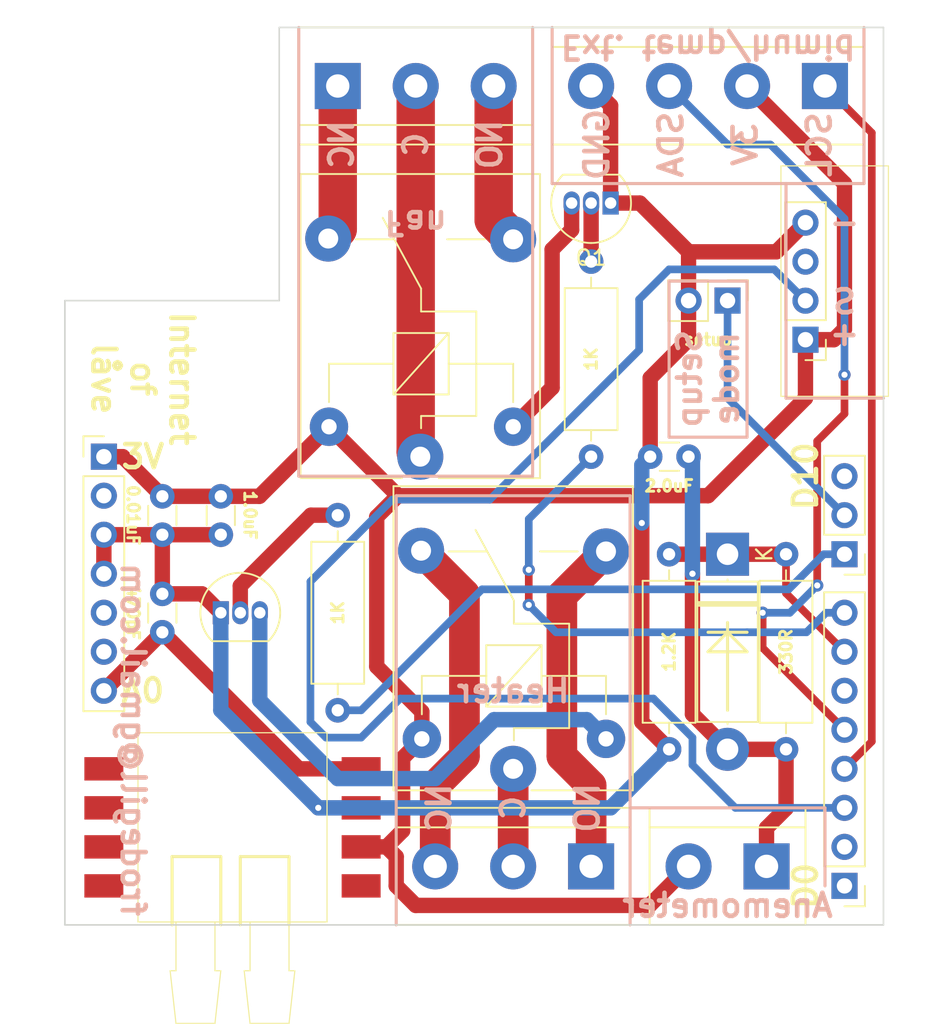
<source format=kicad_pcb>
(kicad_pcb (version 20171130) (host pcbnew 5.0.2+dfsg1-1)

  (general
    (thickness 1.6)
    (drawings 60)
    (tracks 151)
    (zones 0)
    (modules 23)
    (nets 22)
  )

  (page A4)
  (layers
    (0 F.Cu signal)
    (31 B.Cu signal)
    (32 B.Adhes user)
    (33 F.Adhes user)
    (34 B.Paste user)
    (35 F.Paste user)
    (36 B.SilkS user)
    (37 F.SilkS user)
    (38 B.Mask user)
    (39 F.Mask user)
    (40 Dwgs.User user)
    (41 Cmts.User user)
    (42 Eco1.User user)
    (43 Eco2.User user)
    (44 Edge.Cuts user)
    (45 Margin user)
    (46 B.CrtYd user)
    (47 F.CrtYd user)
    (48 B.Fab user)
    (49 F.Fab user)
  )

  (setup
    (last_trace_width 1)
    (user_trace_width 0.5)
    (user_trace_width 1)
    (user_trace_width 2)
    (user_trace_width 2.5)
    (trace_clearance 0.2)
    (zone_clearance 0.508)
    (zone_45_only no)
    (trace_min 0.2)
    (segment_width 0.2)
    (edge_width 0.1)
    (via_size 0.8)
    (via_drill 0.4)
    (via_min_size 0.4)
    (via_min_drill 0.3)
    (uvia_size 0.3)
    (uvia_drill 0.1)
    (uvias_allowed no)
    (uvia_min_size 0.2)
    (uvia_min_drill 0.1)
    (pcb_text_width 0.3)
    (pcb_text_size 1.5 1.5)
    (mod_edge_width 0.15)
    (mod_text_size 1 1)
    (mod_text_width 0.15)
    (pad_size 1.5 1.5)
    (pad_drill 0.6)
    (pad_to_mask_clearance 0)
    (solder_mask_min_width 0.25)
    (aux_axis_origin 0 0)
    (visible_elements FFFFFF7F)
    (pcbplotparams
      (layerselection 0x010fc_ffffffff)
      (usegerberextensions false)
      (usegerberattributes false)
      (usegerberadvancedattributes false)
      (creategerberjobfile false)
      (excludeedgelayer true)
      (linewidth 0.100000)
      (plotframeref false)
      (viasonmask false)
      (mode 1)
      (useauxorigin false)
      (hpglpennumber 1)
      (hpglpenspeed 20)
      (hpglpendiameter 15.000000)
      (psnegative false)
      (psa4output false)
      (plotreference true)
      (plotvalue true)
      (plotinvisibletext false)
      (padsonsilk false)
      (subtractmaskfromsilk false)
      (outputformat 1)
      (mirror false)
      (drillshape 0)
      (scaleselection 1)
      (outputdirectory "/tmp/iol/"))
  )

  (net 0 "")
  (net 1 "Net-(C1-Pad1)")
  (net 2 GND)
  (net 3 +3V3)
  (net 4 "Net-(C4-Pad1)")
  (net 5 "Net-(D1-Pad1)")
  (net 6 "Net-(J1-Pad3)")
  (net 7 "Net-(J1-Pad2)")
  (net 8 "Net-(J1-Pad1)")
  (net 9 "Net-(J3-Pad3)")
  (net 10 "Net-(J3-Pad1)")
  (net 11 "Net-(J6-Pad1)")
  (net 12 "Net-(J7-Pad1)")
  (net 13 "Net-(J8-Pad8)")
  (net 14 "Net-(J9-Pad1)")
  (net 15 "Net-(J9-Pad2)")
  (net 16 "Net-(J9-Pad3)")
  (net 17 "Net-(K1-Pad2)")
  (net 18 "Net-(K2-Pad2)")
  (net 19 "Net-(Q1-Pad2)")
  (net 20 "Net-(Q2-Pad2)")
  (net 21 "Net-(J8-Pad3)")

  (net_class Default "This is the default net class."
    (clearance 0.2)
    (trace_width 0.25)
    (via_dia 0.8)
    (via_drill 0.4)
    (uvia_dia 0.3)
    (uvia_drill 0.1)
    (add_net +3V3)
    (add_net GND)
    (add_net "Net-(C1-Pad1)")
    (add_net "Net-(C4-Pad1)")
    (add_net "Net-(D1-Pad1)")
    (add_net "Net-(J1-Pad1)")
    (add_net "Net-(J1-Pad2)")
    (add_net "Net-(J1-Pad3)")
    (add_net "Net-(J3-Pad1)")
    (add_net "Net-(J3-Pad3)")
    (add_net "Net-(J6-Pad1)")
    (add_net "Net-(J7-Pad1)")
    (add_net "Net-(J8-Pad3)")
    (add_net "Net-(J8-Pad8)")
    (add_net "Net-(J9-Pad1)")
    (add_net "Net-(J9-Pad2)")
    (add_net "Net-(J9-Pad3)")
    (add_net "Net-(K1-Pad2)")
    (add_net "Net-(K2-Pad2)")
    (add_net "Net-(Q1-Pad2)")
    (add_net "Net-(Q2-Pad2)")
  )

  (module Connector_PinHeader_2.54mm:PinHeader_1x07_P2.54mm_Vertical (layer F.Cu) (tedit 5D1262D5) (tstamp 5D0A721B)
    (at 139.7 86.36)
    (descr "Through hole straight pin header, 1x07, 2.54mm pitch, single row")
    (tags "Through hole pin header THT 1x07 2.54mm single row")
    (path /5CFCF937)
    (fp_text reference J2 (at 0 -2.33) (layer F.SilkS) hide
      (effects (font (size 1 1) (thickness 0.15)))
    )
    (fp_text value Conn_01x07_Male (at 0 17.57) (layer F.Fab)
      (effects (font (size 1 1) (thickness 0.15)))
    )
    (fp_line (start -0.635 -1.27) (end 1.27 -1.27) (layer F.Fab) (width 0.1))
    (fp_line (start 1.27 -1.27) (end 1.27 16.51) (layer F.Fab) (width 0.1))
    (fp_line (start 1.27 16.51) (end -1.27 16.51) (layer F.Fab) (width 0.1))
    (fp_line (start -1.27 16.51) (end -1.27 -0.635) (layer F.Fab) (width 0.1))
    (fp_line (start -1.27 -0.635) (end -0.635 -1.27) (layer F.Fab) (width 0.1))
    (fp_line (start -1.33 16.57) (end 1.33 16.57) (layer F.SilkS) (width 0.12))
    (fp_line (start -1.33 1.27) (end -1.33 16.57) (layer F.SilkS) (width 0.12))
    (fp_line (start 1.33 1.27) (end 1.33 16.57) (layer F.SilkS) (width 0.12))
    (fp_line (start -1.33 1.27) (end 1.33 1.27) (layer F.SilkS) (width 0.12))
    (fp_line (start -1.33 0) (end -1.33 -1.33) (layer F.SilkS) (width 0.12))
    (fp_line (start -1.33 -1.33) (end 0 -1.33) (layer F.SilkS) (width 0.12))
    (fp_line (start -1.8 -1.8) (end -1.8 17.05) (layer F.CrtYd) (width 0.05))
    (fp_line (start -1.8 17.05) (end 1.8 17.05) (layer F.CrtYd) (width 0.05))
    (fp_line (start 1.8 17.05) (end 1.8 -1.8) (layer F.CrtYd) (width 0.05))
    (fp_line (start 1.8 -1.8) (end -1.8 -1.8) (layer F.CrtYd) (width 0.05))
    (fp_text user %R (at 0 7.62 90) (layer F.Fab)
      (effects (font (size 1 1) (thickness 0.15)))
    )
    (pad 1 thru_hole rect (at 0 0) (size 1.7 1.7) (drill 1) (layers *.Cu *.Mask)
      (net 3 +3V3))
    (pad 2 thru_hole oval (at 0 2.54) (size 1.7 1.7) (drill 1) (layers *.Cu *.Mask))
    (pad 3 thru_hole oval (at 0 5.08) (size 1.7 1.7) (drill 1) (layers *.Cu *.Mask)
      (net 2 GND))
    (pad 4 thru_hole oval (at 0 7.62) (size 1.7 1.7) (drill 1) (layers *.Cu *.Mask)
      (net 2 GND))
    (pad 5 thru_hole oval (at 0 10.16) (size 1.7 1.7) (drill 1) (layers *.Cu *.Mask))
    (pad 6 thru_hole oval (at 0 12.7) (size 1.7 1.7) (drill 1) (layers *.Cu *.Mask))
    (pad 7 thru_hole oval (at 0 15.24) (size 1.7 1.7) (drill 1) (layers *.Cu *.Mask)
      (net 1 "Net-(C1-Pad1)"))
    (model ${KISYS3DMOD}/Connector_PinHeader_2.54mm.3dshapes/PinHeader_1x07_P2.54mm_Vertical.wrl
      (at (xyz 0 0 0))
      (scale (xyz 1 1 1))
      (rotate (xyz 0 0 0))
    )
  )

  (module Diode_THT:D_5W_P12.70mm_Horizontal (layer F.Cu) (tedit 5D126277) (tstamp 5D126853)
    (at 180.34 92.71 270)
    (descr "Diode, 5W series, Axial, Horizontal, pin pitch=12.7mm, , length*diameter=8.9*3.7mm^2, , http://www.diodes.com/_files/packages/8686949.gif")
    (tags "Diode 5W series Axial Horizontal pin pitch 12.7mm  length 8.9mm diameter 3.7mm")
    (path /5CFD0CBF)
    (fp_text reference D1 (at 6.35 -2.97 270) (layer F.SilkS) hide
      (effects (font (size 1 1) (thickness 0.15)))
    )
    (fp_text value D (at 6.35 2.97 270) (layer F.Fab)
      (effects (font (size 1 1) (thickness 0.15)))
    )
    (fp_line (start 1.9 -1.85) (end 1.9 1.85) (layer F.Fab) (width 0.1))
    (fp_line (start 1.9 1.85) (end 10.8 1.85) (layer F.Fab) (width 0.1))
    (fp_line (start 10.8 1.85) (end 10.8 -1.85) (layer F.Fab) (width 0.1))
    (fp_line (start 10.8 -1.85) (end 1.9 -1.85) (layer F.Fab) (width 0.1))
    (fp_line (start 0 0) (end 1.9 0) (layer F.Fab) (width 0.1))
    (fp_line (start 12.7 0) (end 10.8 0) (layer F.Fab) (width 0.1))
    (fp_line (start 3.235 -1.85) (end 3.235 1.85) (layer F.Fab) (width 0.1))
    (fp_line (start 3.335 -1.85) (end 3.335 1.85) (layer F.Fab) (width 0.1))
    (fp_line (start 3.135 -1.85) (end 3.135 1.85) (layer F.Fab) (width 0.1))
    (fp_line (start 1.78 -1.97) (end 1.78 1.97) (layer F.SilkS) (width 0.12))
    (fp_line (start 1.78 1.97) (end 10.92 1.97) (layer F.SilkS) (width 0.12))
    (fp_line (start 10.92 1.97) (end 10.92 -1.97) (layer F.SilkS) (width 0.12))
    (fp_line (start 10.92 -1.97) (end 1.78 -1.97) (layer F.SilkS) (width 0.12))
    (fp_line (start 1.64 0) (end 1.78 0) (layer F.SilkS) (width 0.12))
    (fp_line (start 11.06 0) (end 10.92 0) (layer F.SilkS) (width 0.12))
    (fp_line (start 3.235 -1.97) (end 3.235 1.97) (layer F.SilkS) (width 0.12))
    (fp_line (start 3.355 -1.97) (end 3.355 1.97) (layer F.SilkS) (width 0.12))
    (fp_line (start 3.115 -1.97) (end 3.115 1.97) (layer F.SilkS) (width 0.12))
    (fp_line (start -1.65 -2.1) (end -1.65 2.1) (layer F.CrtYd) (width 0.05))
    (fp_line (start -1.65 2.1) (end 14.35 2.1) (layer F.CrtYd) (width 0.05))
    (fp_line (start 14.35 2.1) (end 14.35 -2.1) (layer F.CrtYd) (width 0.05))
    (fp_line (start 14.35 -2.1) (end -1.65 -2.1) (layer F.CrtYd) (width 0.05))
    (fp_text user %R (at 7.0175 0 270) (layer F.Fab)
      (effects (font (size 1 1) (thickness 0.15)))
    )
    (fp_text user K (at 0 -2.4 270) (layer F.Fab)
      (effects (font (size 1 1) (thickness 0.15)))
    )
    (fp_text user K (at 0 -2.4 270) (layer F.SilkS)
      (effects (font (size 1 1) (thickness 0.15)))
    )
    (pad 1 thru_hole rect (at 0 0 270) (size 2.8 2.8) (drill 1.4) (layers *.Cu *.Mask)
      (net 5 "Net-(D1-Pad1)"))
    (pad 2 thru_hole oval (at 12.7 0 270) (size 2.8 2.8) (drill 1.4) (layers *.Cu *.Mask)
      (net 4 "Net-(C4-Pad1)"))
    (model ${KISYS3DMOD}/Diode_THT.3dshapes/D_5W_P12.70mm_Horizontal.wrl
      (at (xyz 0 0 0))
      (scale (xyz 1 1 1))
      (rotate (xyz 0 0 0))
    )
  )

  (module TerminalBlock:TerminalBlock_bornier-3_P5.08mm (layer F.Cu) (tedit 5D1262F7) (tstamp 5D1261FD)
    (at 154.94 62.23)
    (descr "simple 3-pin terminal block, pitch 5.08mm, revamped version of bornier3")
    (tags "terminal block bornier3")
    (path /5CFD08E5)
    (fp_text reference J1 (at 5.05 -4.65) (layer F.SilkS) hide
      (effects (font (size 1 1) (thickness 0.15)))
    )
    (fp_text value Conn_01x03_Male (at 5.08 5.08) (layer F.Fab)
      (effects (font (size 1 1) (thickness 0.15)))
    )
    (fp_line (start 12.88 4) (end -2.72 4) (layer F.CrtYd) (width 0.05))
    (fp_line (start 12.88 4) (end 12.88 -4) (layer F.CrtYd) (width 0.05))
    (fp_line (start -2.72 -4) (end -2.72 4) (layer F.CrtYd) (width 0.05))
    (fp_line (start -2.72 -4) (end 12.88 -4) (layer F.CrtYd) (width 0.05))
    (fp_line (start -2.54 3.81) (end 12.7 3.81) (layer F.SilkS) (width 0.12))
    (fp_line (start -2.54 -3.81) (end 12.7 -3.81) (layer F.SilkS) (width 0.12))
    (fp_line (start -2.54 2.54) (end 12.7 2.54) (layer F.SilkS) (width 0.12))
    (fp_line (start 12.7 3.81) (end 12.7 -3.81) (layer F.SilkS) (width 0.12))
    (fp_line (start -2.54 3.81) (end -2.54 -3.81) (layer F.SilkS) (width 0.12))
    (fp_line (start -2.47 3.75) (end -2.47 -3.75) (layer F.Fab) (width 0.1))
    (fp_line (start 12.63 3.75) (end -2.47 3.75) (layer F.Fab) (width 0.1))
    (fp_line (start 12.63 -3.75) (end 12.63 3.75) (layer F.Fab) (width 0.1))
    (fp_line (start -2.47 -3.75) (end 12.63 -3.75) (layer F.Fab) (width 0.1))
    (fp_line (start -2.47 2.55) (end 12.63 2.55) (layer F.Fab) (width 0.1))
    (fp_text user %R (at 5.08 0) (layer F.Fab)
      (effects (font (size 1 1) (thickness 0.15)))
    )
    (pad 3 thru_hole circle (at 10.16 0) (size 3 3) (drill 1.52) (layers *.Cu *.Mask)
      (net 6 "Net-(J1-Pad3)"))
    (pad 2 thru_hole circle (at 5.08 0) (size 3 3) (drill 1.52) (layers *.Cu *.Mask)
      (net 7 "Net-(J1-Pad2)"))
    (pad 1 thru_hole rect (at 0 0) (size 3 3) (drill 1.52) (layers *.Cu *.Mask)
      (net 8 "Net-(J1-Pad1)"))
    (model ${KISYS3DMOD}/TerminalBlock.3dshapes/TerminalBlock_bornier-3_P5.08mm.wrl
      (offset (xyz 5.079999923706055 0 0))
      (scale (xyz 1 1 1))
      (rotate (xyz 0 0 0))
    )
  )

  (module Connector_PinHeader_2.54mm:PinHeader_1x03_P2.54mm_Vertical (layer F.Cu) (tedit 5D1262C6) (tstamp 5D0A7064)
    (at 187.96 92.71 180)
    (descr "Through hole straight pin header, 1x03, 2.54mm pitch, single row")
    (tags "Through hole pin header THT 1x03 2.54mm single row")
    (path /5CFD0030)
    (fp_text reference J7 (at 0 -2.33 180) (layer F.SilkS) hide
      (effects (font (size 1 1) (thickness 0.15)))
    )
    (fp_text value Conn_01x03_Male (at 0 7.41 180) (layer F.Fab)
      (effects (font (size 1 1) (thickness 0.15)))
    )
    (fp_line (start -0.635 -1.27) (end 1.27 -1.27) (layer F.Fab) (width 0.1))
    (fp_line (start 1.27 -1.27) (end 1.27 6.35) (layer F.Fab) (width 0.1))
    (fp_line (start 1.27 6.35) (end -1.27 6.35) (layer F.Fab) (width 0.1))
    (fp_line (start -1.27 6.35) (end -1.27 -0.635) (layer F.Fab) (width 0.1))
    (fp_line (start -1.27 -0.635) (end -0.635 -1.27) (layer F.Fab) (width 0.1))
    (fp_line (start -1.33 6.41) (end 1.33 6.41) (layer F.SilkS) (width 0.12))
    (fp_line (start -1.33 1.27) (end -1.33 6.41) (layer F.SilkS) (width 0.12))
    (fp_line (start 1.33 1.27) (end 1.33 6.41) (layer F.SilkS) (width 0.12))
    (fp_line (start -1.33 1.27) (end 1.33 1.27) (layer F.SilkS) (width 0.12))
    (fp_line (start -1.33 0) (end -1.33 -1.33) (layer F.SilkS) (width 0.12))
    (fp_line (start -1.33 -1.33) (end 0 -1.33) (layer F.SilkS) (width 0.12))
    (fp_line (start -1.8 -1.8) (end -1.8 6.85) (layer F.CrtYd) (width 0.05))
    (fp_line (start -1.8 6.85) (end 1.8 6.85) (layer F.CrtYd) (width 0.05))
    (fp_line (start 1.8 6.85) (end 1.8 -1.8) (layer F.CrtYd) (width 0.05))
    (fp_line (start 1.8 -1.8) (end -1.8 -1.8) (layer F.CrtYd) (width 0.05))
    (fp_text user %R (at 0 2.54 270) (layer F.Fab)
      (effects (font (size 1 1) (thickness 0.15)))
    )
    (pad 1 thru_hole rect (at 0 0 180) (size 1.7 1.7) (drill 1) (layers *.Cu *.Mask)
      (net 12 "Net-(J7-Pad1)"))
    (pad 2 thru_hole oval (at 0 2.54 180) (size 1.7 1.7) (drill 1) (layers *.Cu *.Mask)
      (net 11 "Net-(J6-Pad1)"))
    (pad 3 thru_hole oval (at 0 5.08 180) (size 1.7 1.7) (drill 1) (layers *.Cu *.Mask))
    (model ${KISYS3DMOD}/Connector_PinHeader_2.54mm.3dshapes/PinHeader_1x03_P2.54mm_Vertical.wrl
      (at (xyz 0 0 0))
      (scale (xyz 1 1 1))
      (rotate (xyz 0 0 0))
    )
  )

  (module Connector_PinHeader_2.54mm:PinHeader_1x02_P2.54mm_Vertical (layer F.Cu) (tedit 5D12634A) (tstamp 5D0A7024)
    (at 180.34 76.2 270)
    (descr "Through hole straight pin header, 1x02, 2.54mm pitch, single row")
    (tags "Through hole pin header THT 1x02 2.54mm single row")
    (path /5CFD05FC)
    (fp_text reference J6 (at 0 -2.33 270) (layer F.SilkS) hide
      (effects (font (size 1 1) (thickness 0.15)))
    )
    (fp_text value Conn_01x02_Male (at 0 4.87 270) (layer F.Fab)
      (effects (font (size 1 1) (thickness 0.15)))
    )
    (fp_line (start -0.635 -1.27) (end 1.27 -1.27) (layer F.Fab) (width 0.1))
    (fp_line (start 1.27 -1.27) (end 1.27 3.81) (layer F.Fab) (width 0.1))
    (fp_line (start 1.27 3.81) (end -1.27 3.81) (layer F.Fab) (width 0.1))
    (fp_line (start -1.27 3.81) (end -1.27 -0.635) (layer F.Fab) (width 0.1))
    (fp_line (start -1.27 -0.635) (end -0.635 -1.27) (layer F.Fab) (width 0.1))
    (fp_line (start -1.33 3.87) (end 1.33 3.87) (layer F.SilkS) (width 0.12))
    (fp_line (start -1.33 1.27) (end -1.33 3.87) (layer F.SilkS) (width 0.12))
    (fp_line (start 1.33 1.27) (end 1.33 3.87) (layer F.SilkS) (width 0.12))
    (fp_line (start -1.33 1.27) (end 1.33 1.27) (layer F.SilkS) (width 0.12))
    (fp_line (start -1.33 0) (end -1.33 -1.33) (layer F.SilkS) (width 0.12))
    (fp_line (start -1.33 -1.33) (end 0 -1.33) (layer F.SilkS) (width 0.12))
    (fp_line (start -1.8 -1.8) (end -1.8 4.35) (layer F.CrtYd) (width 0.05))
    (fp_line (start -1.8 4.35) (end 1.8 4.35) (layer F.CrtYd) (width 0.05))
    (fp_line (start 1.8 4.35) (end 1.8 -1.8) (layer F.CrtYd) (width 0.05))
    (fp_line (start 1.8 -1.8) (end -1.8 -1.8) (layer F.CrtYd) (width 0.05))
    (fp_text user %R (at 0 1.27) (layer F.Fab)
      (effects (font (size 1 1) (thickness 0.15)))
    )
    (pad 1 thru_hole rect (at 0 0 270) (size 1.7 1.7) (drill 1) (layers *.Cu *.Mask)
      (net 11 "Net-(J6-Pad1)"))
    (pad 2 thru_hole oval (at 0 2.54 270) (size 1.7 1.7) (drill 1) (layers *.Cu *.Mask)
      (net 2 GND))
    (model ${KISYS3DMOD}/Connector_PinHeader_2.54mm.3dshapes/PinHeader_1x02_P2.54mm_Vertical.wrl
      (at (xyz 0 0 0))
      (scale (xyz 1 1 1))
      (rotate (xyz 0 0 0))
    )
  )

  (module Package_TO_SOT_THT:TO-92_Inline (layer F.Cu) (tedit 5D1261D2) (tstamp 5D126441)
    (at 147.32 96.52)
    (descr "TO-92 leads in-line, narrow, oval pads, drill 0.75mm (see NXP sot054_po.pdf)")
    (tags "to-92 sc-43 sc-43a sot54 PA33 transistor")
    (path /5CFD12B3)
    (fp_text reference Q2 (at 1.27 -3.56) (layer F.SilkS) hide
      (effects (font (size 1 1) (thickness 0.15)))
    )
    (fp_text value BC337 (at 1.27 2.79) (layer F.Fab)
      (effects (font (size 1 1) (thickness 0.15)))
    )
    (fp_text user %R (at 1.27 -3.56) (layer F.Fab)
      (effects (font (size 1 1) (thickness 0.15)))
    )
    (fp_line (start -0.53 1.85) (end 3.07 1.85) (layer F.SilkS) (width 0.12))
    (fp_line (start -0.5 1.75) (end 3 1.75) (layer F.Fab) (width 0.1))
    (fp_line (start -1.46 -2.73) (end 4 -2.73) (layer F.CrtYd) (width 0.05))
    (fp_line (start -1.46 -2.73) (end -1.46 2.01) (layer F.CrtYd) (width 0.05))
    (fp_line (start 4 2.01) (end 4 -2.73) (layer F.CrtYd) (width 0.05))
    (fp_line (start 4 2.01) (end -1.46 2.01) (layer F.CrtYd) (width 0.05))
    (fp_arc (start 1.27 0) (end 1.27 -2.48) (angle 135) (layer F.Fab) (width 0.1))
    (fp_arc (start 1.27 0) (end 1.27 -2.6) (angle -135) (layer F.SilkS) (width 0.12))
    (fp_arc (start 1.27 0) (end 1.27 -2.48) (angle -135) (layer F.Fab) (width 0.1))
    (fp_arc (start 1.27 0) (end 1.27 -2.6) (angle 135) (layer F.SilkS) (width 0.12))
    (pad 2 thru_hole oval (at 1.27 0) (size 1.05 1.5) (drill 0.75) (layers *.Cu *.Mask)
      (net 20 "Net-(Q2-Pad2)"))
    (pad 3 thru_hole oval (at 2.54 0) (size 1.05 1.5) (drill 0.75) (layers *.Cu *.Mask)
      (net 18 "Net-(K2-Pad2)"))
    (pad 1 thru_hole rect (at 0 0) (size 1.05 1.5) (drill 0.75) (layers *.Cu *.Mask)
      (net 2 GND))
    (model ${KISYS3DMOD}/Package_TO_SOT_THT.3dshapes/TO-92_Inline.wrl
      (at (xyz 0 0 0))
      (scale (xyz 1 1 1))
      (rotate (xyz 0 0 0))
    )
  )

  (module Resistor_THT:R_Axial_DIN0309_L9.0mm_D3.2mm_P12.70mm_Horizontal (layer F.Cu) (tedit 5D126200) (tstamp 5D0A6EDE)
    (at 154.94 102.87 90)
    (descr "Resistor, Axial_DIN0309 series, Axial, Horizontal, pin pitch=12.7mm, 0.5W = 1/2W, length*diameter=9*3.2mm^2, http://cdn-reichelt.de/documents/datenblatt/B400/1_4W%23YAG.pdf")
    (tags "Resistor Axial_DIN0309 series Axial Horizontal pin pitch 12.7mm 0.5W = 1/2W length 9mm diameter 3.2mm")
    (path /5CFD0F82)
    (fp_text reference R3 (at 6.35 -2.72 90) (layer F.SilkS) hide
      (effects (font (size 1 1) (thickness 0.15)))
    )
    (fp_text value 1K (at 6.35 2.72 90) (layer F.Fab)
      (effects (font (size 1 1) (thickness 0.15)))
    )
    (fp_text user %R (at 6.35 0 90) (layer F.Fab)
      (effects (font (size 1 1) (thickness 0.15)))
    )
    (fp_line (start 13.75 -1.85) (end -1.05 -1.85) (layer F.CrtYd) (width 0.05))
    (fp_line (start 13.75 1.85) (end 13.75 -1.85) (layer F.CrtYd) (width 0.05))
    (fp_line (start -1.05 1.85) (end 13.75 1.85) (layer F.CrtYd) (width 0.05))
    (fp_line (start -1.05 -1.85) (end -1.05 1.85) (layer F.CrtYd) (width 0.05))
    (fp_line (start 11.66 0) (end 10.97 0) (layer F.SilkS) (width 0.12))
    (fp_line (start 1.04 0) (end 1.73 0) (layer F.SilkS) (width 0.12))
    (fp_line (start 10.97 -1.72) (end 1.73 -1.72) (layer F.SilkS) (width 0.12))
    (fp_line (start 10.97 1.72) (end 10.97 -1.72) (layer F.SilkS) (width 0.12))
    (fp_line (start 1.73 1.72) (end 10.97 1.72) (layer F.SilkS) (width 0.12))
    (fp_line (start 1.73 -1.72) (end 1.73 1.72) (layer F.SilkS) (width 0.12))
    (fp_line (start 12.7 0) (end 10.85 0) (layer F.Fab) (width 0.1))
    (fp_line (start 0 0) (end 1.85 0) (layer F.Fab) (width 0.1))
    (fp_line (start 10.85 -1.6) (end 1.85 -1.6) (layer F.Fab) (width 0.1))
    (fp_line (start 10.85 1.6) (end 10.85 -1.6) (layer F.Fab) (width 0.1))
    (fp_line (start 1.85 1.6) (end 10.85 1.6) (layer F.Fab) (width 0.1))
    (fp_line (start 1.85 -1.6) (end 1.85 1.6) (layer F.Fab) (width 0.1))
    (pad 2 thru_hole oval (at 12.7 0 90) (size 1.6 1.6) (drill 0.8) (layers *.Cu *.Mask)
      (net 20 "Net-(Q2-Pad2)"))
    (pad 1 thru_hole circle (at 0 0 90) (size 1.6 1.6) (drill 0.8) (layers *.Cu *.Mask)
      (net 12 "Net-(J7-Pad1)"))
    (model ${KISYS3DMOD}/Resistor_THT.3dshapes/R_Axial_DIN0309_L9.0mm_D3.2mm_P12.70mm_Horizontal.wrl
      (at (xyz 0 0 0))
      (scale (xyz 1 1 1))
      (rotate (xyz 0 0 0))
    )
  )

  (module AM2302:AM2302 (layer F.Cu) (tedit 5D126353) (tstamp 5D275D3E)
    (at 185.42 74.93 90)
    (descr "AM2302 / DHT2x")
    (path /5CFFFCFC)
    (fp_text reference U2 (at -5.588 -2.54 270) (layer F.SilkS) hide
      (effects (font (size 1 1) (thickness 0.15)))
    )
    (fp_text value AM2302 (at 0 3.556 270) (layer F.Fab)
      (effects (font (size 1 1) (thickness 0.15)))
    )
    (fp_line (start -5.145218 1.32746) (end -5.145218 -0.00254) (layer F.SilkS) (width 0.12))
    (fp_line (start -3.815218 1.32746) (end -5.145218 1.32746) (layer F.SilkS) (width 0.12))
    (fp_line (start -2.545218 1.32746) (end -2.545218 -1.33254) (layer F.SilkS) (width 0.12))
    (fp_line (start -2.545218 -1.33254) (end 5.134782 -1.33254) (layer F.SilkS) (width 0.12))
    (fp_line (start -2.545218 1.32746) (end 5.134782 1.32746) (layer F.SilkS) (width 0.12))
    (fp_line (start 5.134782 1.32746) (end 5.134782 -1.33254) (layer F.SilkS) (width 0.12))
    (fp_line (start -4.450218 1.26746) (end -5.085218 0.63246) (layer F.Fab) (width 0.1))
    (fp_line (start 5.074782 1.26746) (end -4.450218 1.26746) (layer F.Fab) (width 0.1))
    (fp_line (start 5.074782 -1.27254) (end 5.074782 1.26746) (layer F.Fab) (width 0.1))
    (fp_line (start -5.085218 -1.27254) (end 5.074782 -1.27254) (layer F.Fab) (width 0.1))
    (fp_line (start -5.085218 0.63246) (end -5.085218 -1.27254) (layer F.Fab) (width 0.1))
    (fp_line (start -7.5 -1.6) (end 7.5 -1.6) (layer F.SilkS) (width 0.0762))
    (fp_line (start 7.5 -1.6) (end 7.5 5.4) (layer F.SilkS) (width 0.0762))
    (fp_line (start -7.5 5.4) (end 7.5 5.4) (layer F.SilkS) (width 0.0762))
    (fp_line (start -7.5 -1.6) (end -7.5 5.4) (layer F.SilkS) (width 0.0762))
    (pad 4 thru_hole oval (at 3.804782 -0.00254 180) (size 1.7 1.7) (drill 1) (layers *.Cu *.Mask)
      (net 2 GND))
    (pad 3 thru_hole oval (at 1.264782 -0.00254 180) (size 1.7 1.7) (drill 1) (layers *.Cu *.Mask))
    (pad 2 thru_hole oval (at -1.275218 -0.00254 180) (size 1.7 1.7) (drill 1) (layers *.Cu *.Mask)
      (net 21 "Net-(J8-Pad3)"))
    (pad 1 thru_hole rect (at -3.815218 -0.00254) (size 1.7 1.7) (drill 1) (layers *.Cu *.Mask)
      (net 3 +3V3))
  )

  (module TerminalBlock:TerminalBlock_bornier-4_P5.08mm (layer F.Cu) (tedit 5D1262ED) (tstamp 5D0A82D6)
    (at 186.69 62.23 180)
    (descr "simple 4-pin terminal block, pitch 5.08mm, revamped version of bornier4")
    (tags "terminal block bornier4")
    (path /5CFD03F4)
    (fp_text reference J3 (at 7.6 -4.8 180) (layer F.SilkS) hide
      (effects (font (size 1 1) (thickness 0.15)))
    )
    (fp_text value Conn_01x04_Male (at 7.6 4.75 180) (layer F.Fab)
      (effects (font (size 1 1) (thickness 0.15)))
    )
    (fp_text user %R (at 7.62 0 180) (layer F.Fab)
      (effects (font (size 1 1) (thickness 0.15)))
    )
    (fp_line (start -2.48 2.55) (end 17.72 2.55) (layer F.Fab) (width 0.1))
    (fp_line (start -2.43 3.75) (end -2.48 3.75) (layer F.Fab) (width 0.1))
    (fp_line (start -2.48 3.75) (end -2.48 -3.75) (layer F.Fab) (width 0.1))
    (fp_line (start -2.48 -3.75) (end 17.72 -3.75) (layer F.Fab) (width 0.1))
    (fp_line (start 17.72 -3.75) (end 17.72 3.75) (layer F.Fab) (width 0.1))
    (fp_line (start 17.72 3.75) (end -2.43 3.75) (layer F.Fab) (width 0.1))
    (fp_line (start -2.54 -3.81) (end -2.54 3.81) (layer F.SilkS) (width 0.12))
    (fp_line (start 17.78 3.81) (end 17.78 -3.81) (layer F.SilkS) (width 0.12))
    (fp_line (start 17.78 2.54) (end -2.54 2.54) (layer F.SilkS) (width 0.12))
    (fp_line (start -2.54 -3.81) (end 17.78 -3.81) (layer F.SilkS) (width 0.12))
    (fp_line (start -2.54 3.81) (end 17.78 3.81) (layer F.SilkS) (width 0.12))
    (fp_line (start -2.73 -4) (end 17.97 -4) (layer F.CrtYd) (width 0.05))
    (fp_line (start -2.73 -4) (end -2.73 4) (layer F.CrtYd) (width 0.05))
    (fp_line (start 17.97 4) (end 17.97 -4) (layer F.CrtYd) (width 0.05))
    (fp_line (start 17.97 4) (end -2.73 4) (layer F.CrtYd) (width 0.05))
    (pad 2 thru_hole circle (at 5.08 0 180) (size 3 3) (drill 1.52) (layers *.Cu *.Mask)
      (net 3 +3V3))
    (pad 3 thru_hole circle (at 10.16 0 180) (size 3 3) (drill 1.52) (layers *.Cu *.Mask)
      (net 9 "Net-(J3-Pad3)"))
    (pad 1 thru_hole rect (at 0 0 180) (size 3 3) (drill 1.52) (layers *.Cu *.Mask)
      (net 10 "Net-(J3-Pad1)"))
    (pad 4 thru_hole circle (at 15.24 0 180) (size 3 3) (drill 1.52) (layers *.Cu *.Mask)
      (net 2 GND))
    (model ${KISYS3DMOD}/TerminalBlock.3dshapes/TerminalBlock_bornier-4_P5.08mm.wrl
      (offset (xyz 7.619999885559082 0 0))
      (scale (xyz 1 1 1))
      (rotate (xyz 0 0 0))
    )
  )

  (module TerminalBlock:TerminalBlock_bornier-2_P5.08mm (layer F.Cu) (tedit 5D126302) (tstamp 5D126180)
    (at 182.88 113.03 180)
    (descr "simple 2-pin terminal block, pitch 5.08mm, revamped version of bornier2")
    (tags "terminal block bornier2")
    (path /5CFD0AEF)
    (fp_text reference J5 (at 2.54 -5.08 180) (layer F.SilkS) hide
      (effects (font (size 1 1) (thickness 0.15)))
    )
    (fp_text value Conn_01x02_Male (at 2.54 5.08 180) (layer F.Fab)
      (effects (font (size 1 1) (thickness 0.15)))
    )
    (fp_text user %R (at 2.54 0 180) (layer F.Fab)
      (effects (font (size 1 1) (thickness 0.15)))
    )
    (fp_line (start -2.41 2.55) (end 7.49 2.55) (layer F.Fab) (width 0.1))
    (fp_line (start -2.46 -3.75) (end -2.46 3.75) (layer F.Fab) (width 0.1))
    (fp_line (start -2.46 3.75) (end 7.54 3.75) (layer F.Fab) (width 0.1))
    (fp_line (start 7.54 3.75) (end 7.54 -3.75) (layer F.Fab) (width 0.1))
    (fp_line (start 7.54 -3.75) (end -2.46 -3.75) (layer F.Fab) (width 0.1))
    (fp_line (start 7.62 2.54) (end -2.54 2.54) (layer F.SilkS) (width 0.12))
    (fp_line (start 7.62 3.81) (end 7.62 -3.81) (layer F.SilkS) (width 0.12))
    (fp_line (start 7.62 -3.81) (end -2.54 -3.81) (layer F.SilkS) (width 0.12))
    (fp_line (start -2.54 -3.81) (end -2.54 3.81) (layer F.SilkS) (width 0.12))
    (fp_line (start -2.54 3.81) (end 7.62 3.81) (layer F.SilkS) (width 0.12))
    (fp_line (start -2.71 -4) (end 7.79 -4) (layer F.CrtYd) (width 0.05))
    (fp_line (start -2.71 -4) (end -2.71 4) (layer F.CrtYd) (width 0.05))
    (fp_line (start 7.79 4) (end 7.79 -4) (layer F.CrtYd) (width 0.05))
    (fp_line (start 7.79 4) (end -2.71 4) (layer F.CrtYd) (width 0.05))
    (pad 1 thru_hole rect (at 0 0 180) (size 3 3) (drill 1.52) (layers *.Cu *.Mask)
      (net 4 "Net-(C4-Pad1)"))
    (pad 2 thru_hole circle (at 5.08 0 180) (size 3 3) (drill 1.52) (layers *.Cu *.Mask)
      (net 3 +3V3))
    (model ${KISYS3DMOD}/TerminalBlock.3dshapes/TerminalBlock_bornier-2_P5.08mm.wrl
      (offset (xyz 2.539999961853027 0 0))
      (scale (xyz 1 1 1))
      (rotate (xyz 0 0 0))
    )
  )

  (module Resistor_THT:R_Axial_DIN0309_L9.0mm_D3.2mm_P12.70mm_Horizontal (layer F.Cu) (tedit 5D1262A6) (tstamp 5D0A7CE3)
    (at 184.15 92.71 270)
    (descr "Resistor, Axial_DIN0309 series, Axial, Horizontal, pin pitch=12.7mm, 0.5W = 1/2W, length*diameter=9*3.2mm^2, http://cdn-reichelt.de/documents/datenblatt/B400/1_4W%23YAG.pdf")
    (tags "Resistor Axial_DIN0309 series Axial Horizontal pin pitch 12.7mm 0.5W = 1/2W length 9mm diameter 3.2mm")
    (path /5CFD0D95)
    (fp_text reference R2 (at 6.35 -2.72 270) (layer F.SilkS) hide
      (effects (font (size 1 1) (thickness 0.15)))
    )
    (fp_text value 330R (at 6.35 2.72 270) (layer F.Fab)
      (effects (font (size 1 1) (thickness 0.15)))
    )
    (fp_text user %R (at 6.35 0 270) (layer F.Fab)
      (effects (font (size 1 1) (thickness 0.15)))
    )
    (fp_line (start 13.75 -1.85) (end -1.05 -1.85) (layer F.CrtYd) (width 0.05))
    (fp_line (start 13.75 1.85) (end 13.75 -1.85) (layer F.CrtYd) (width 0.05))
    (fp_line (start -1.05 1.85) (end 13.75 1.85) (layer F.CrtYd) (width 0.05))
    (fp_line (start -1.05 -1.85) (end -1.05 1.85) (layer F.CrtYd) (width 0.05))
    (fp_line (start 11.66 0) (end 10.97 0) (layer F.SilkS) (width 0.12))
    (fp_line (start 1.04 0) (end 1.73 0) (layer F.SilkS) (width 0.12))
    (fp_line (start 10.97 -1.72) (end 1.73 -1.72) (layer F.SilkS) (width 0.12))
    (fp_line (start 10.97 1.72) (end 10.97 -1.72) (layer F.SilkS) (width 0.12))
    (fp_line (start 1.73 1.72) (end 10.97 1.72) (layer F.SilkS) (width 0.12))
    (fp_line (start 1.73 -1.72) (end 1.73 1.72) (layer F.SilkS) (width 0.12))
    (fp_line (start 12.7 0) (end 10.85 0) (layer F.Fab) (width 0.1))
    (fp_line (start 0 0) (end 1.85 0) (layer F.Fab) (width 0.1))
    (fp_line (start 10.85 -1.6) (end 1.85 -1.6) (layer F.Fab) (width 0.1))
    (fp_line (start 10.85 1.6) (end 10.85 -1.6) (layer F.Fab) (width 0.1))
    (fp_line (start 1.85 1.6) (end 10.85 1.6) (layer F.Fab) (width 0.1))
    (fp_line (start 1.85 -1.6) (end 1.85 1.6) (layer F.Fab) (width 0.1))
    (pad 2 thru_hole oval (at 12.7 0 270) (size 1.6 1.6) (drill 0.8) (layers *.Cu *.Mask)
      (net 4 "Net-(C4-Pad1)"))
    (pad 1 thru_hole circle (at 0 0 270) (size 1.6 1.6) (drill 0.8) (layers *.Cu *.Mask)
      (net 5 "Net-(D1-Pad1)"))
    (model ${KISYS3DMOD}/Resistor_THT.3dshapes/R_Axial_DIN0309_L9.0mm_D3.2mm_P12.70mm_Horizontal.wrl
      (at (xyz 0 0 0))
      (scale (xyz 1 1 1))
      (rotate (xyz 0 0 0))
    )
  )

  (module Resistor_THT:R_Axial_DIN0309_L9.0mm_D3.2mm_P12.70mm_Horizontal (layer F.Cu) (tedit 5D12633F) (tstamp 5D0A73D0)
    (at 171.45 86.36 90)
    (descr "Resistor, Axial_DIN0309 series, Axial, Horizontal, pin pitch=12.7mm, 0.5W = 1/2W, length*diameter=9*3.2mm^2, http://cdn-reichelt.de/documents/datenblatt/B400/1_4W%23YAG.pdf")
    (tags "Resistor Axial_DIN0309 series Axial Horizontal pin pitch 12.7mm 0.5W = 1/2W length 9mm diameter 3.2mm")
    (path /5CFD1031)
    (fp_text reference R4 (at 6.35 -2.72 90) (layer F.SilkS) hide
      (effects (font (size 1 1) (thickness 0.15)))
    )
    (fp_text value 1K (at 6.35 2.72 90) (layer F.Fab)
      (effects (font (size 1 1) (thickness 0.15)))
    )
    (fp_line (start 1.85 -1.6) (end 1.85 1.6) (layer F.Fab) (width 0.1))
    (fp_line (start 1.85 1.6) (end 10.85 1.6) (layer F.Fab) (width 0.1))
    (fp_line (start 10.85 1.6) (end 10.85 -1.6) (layer F.Fab) (width 0.1))
    (fp_line (start 10.85 -1.6) (end 1.85 -1.6) (layer F.Fab) (width 0.1))
    (fp_line (start 0 0) (end 1.85 0) (layer F.Fab) (width 0.1))
    (fp_line (start 12.7 0) (end 10.85 0) (layer F.Fab) (width 0.1))
    (fp_line (start 1.73 -1.72) (end 1.73 1.72) (layer F.SilkS) (width 0.12))
    (fp_line (start 1.73 1.72) (end 10.97 1.72) (layer F.SilkS) (width 0.12))
    (fp_line (start 10.97 1.72) (end 10.97 -1.72) (layer F.SilkS) (width 0.12))
    (fp_line (start 10.97 -1.72) (end 1.73 -1.72) (layer F.SilkS) (width 0.12))
    (fp_line (start 1.04 0) (end 1.73 0) (layer F.SilkS) (width 0.12))
    (fp_line (start 11.66 0) (end 10.97 0) (layer F.SilkS) (width 0.12))
    (fp_line (start -1.05 -1.85) (end -1.05 1.85) (layer F.CrtYd) (width 0.05))
    (fp_line (start -1.05 1.85) (end 13.75 1.85) (layer F.CrtYd) (width 0.05))
    (fp_line (start 13.75 1.85) (end 13.75 -1.85) (layer F.CrtYd) (width 0.05))
    (fp_line (start 13.75 -1.85) (end -1.05 -1.85) (layer F.CrtYd) (width 0.05))
    (fp_text user %R (at 6.35 0 90) (layer F.Fab)
      (effects (font (size 1 1) (thickness 0.15)))
    )
    (pad 1 thru_hole circle (at 0 0 90) (size 1.6 1.6) (drill 0.8) (layers *.Cu *.Mask)
      (net 13 "Net-(J8-Pad8)"))
    (pad 2 thru_hole oval (at 12.7 0 90) (size 1.6 1.6) (drill 0.8) (layers *.Cu *.Mask)
      (net 19 "Net-(Q1-Pad2)"))
    (model ${KISYS3DMOD}/Resistor_THT.3dshapes/R_Axial_DIN0309_L9.0mm_D3.2mm_P12.70mm_Horizontal.wrl
      (at (xyz 0 0 0))
      (scale (xyz 1 1 1))
      (rotate (xyz 0 0 0))
    )
  )

  (module Relay_THT:Relay_SPDT_SANYOU_SRD_Series_Form_C (layer F.Cu) (tedit 5D126219) (tstamp 5D0A747B)
    (at 160.32 86.36 90)
    (descr "relay Sanyou SRD series Form C http://www.sanyourelay.ca/public/products/pdf/SRD.pdf")
    (tags "relay Sanyu SRD form C")
    (path /5CFD0818)
    (fp_text reference K1 (at 8.1 9.2 90) (layer F.SilkS) hide
      (effects (font (size 1 1) (thickness 0.15)))
    )
    (fp_text value SANYOU_SRD_Form_C (at 8 -9.6 90) (layer F.Fab)
      (effects (font (size 1 1) (thickness 0.15)))
    )
    (fp_line (start -1.4 1.2) (end -1.4 7.8) (layer F.SilkS) (width 0.12))
    (fp_line (start -1.4 -7.8) (end -1.4 -1.2) (layer F.SilkS) (width 0.12))
    (fp_line (start -1.4 -7.8) (end 18.4 -7.8) (layer F.SilkS) (width 0.12))
    (fp_line (start 18.4 -7.8) (end 18.4 7.8) (layer F.SilkS) (width 0.12))
    (fp_line (start 18.4 7.8) (end -1.4 7.8) (layer F.SilkS) (width 0.12))
    (fp_text user 1 (at 0 -2.3 90) (layer F.Fab)
      (effects (font (size 1 1) (thickness 0.15)))
    )
    (fp_line (start -1.3 -7.7) (end 18.3 -7.7) (layer F.Fab) (width 0.12))
    (fp_line (start 18.3 -7.7) (end 18.3 7.7) (layer F.Fab) (width 0.12))
    (fp_line (start 18.3 7.7) (end -1.3 7.7) (layer F.Fab) (width 0.12))
    (fp_line (start -1.3 7.7) (end -1.3 -7.7) (layer F.Fab) (width 0.12))
    (fp_text user %R (at 7.1 0.025 90) (layer F.Fab)
      (effects (font (size 1 1) (thickness 0.15)))
    )
    (fp_line (start 18.55 -7.95) (end -1.55 -7.95) (layer F.CrtYd) (width 0.05))
    (fp_line (start -1.55 7.95) (end -1.55 -7.95) (layer F.CrtYd) (width 0.05))
    (fp_line (start 18.55 -7.95) (end 18.55 7.95) (layer F.CrtYd) (width 0.05))
    (fp_line (start -1.55 7.95) (end 18.55 7.95) (layer F.CrtYd) (width 0.05))
    (fp_line (start 14.15 4.2) (end 14.15 1.75) (layer F.SilkS) (width 0.12))
    (fp_line (start 14.15 -4.2) (end 14.15 -1.7) (layer F.SilkS) (width 0.12))
    (fp_line (start 3.55 6.05) (end 6.05 6.05) (layer F.SilkS) (width 0.12))
    (fp_line (start 2.65 0.05) (end 1.85 0.05) (layer F.SilkS) (width 0.12))
    (fp_line (start 6.05 -5.95) (end 3.55 -5.95) (layer F.SilkS) (width 0.12))
    (fp_line (start 9.45 0.05) (end 10.95 0.05) (layer F.SilkS) (width 0.12))
    (fp_line (start 10.95 0.05) (end 15.55 -2.45) (layer F.SilkS) (width 0.12))
    (fp_line (start 9.45 3.65) (end 2.65 3.65) (layer F.SilkS) (width 0.12))
    (fp_line (start 9.45 0.05) (end 9.45 3.65) (layer F.SilkS) (width 0.12))
    (fp_line (start 2.65 0.05) (end 2.65 3.65) (layer F.SilkS) (width 0.12))
    (fp_line (start 6.05 -5.95) (end 6.05 -1.75) (layer F.SilkS) (width 0.12))
    (fp_line (start 6.05 1.85) (end 6.05 6.05) (layer F.SilkS) (width 0.12))
    (fp_line (start 8.05 1.85) (end 4.05 -1.75) (layer F.SilkS) (width 0.12))
    (fp_line (start 4.05 1.85) (end 4.05 -1.75) (layer F.SilkS) (width 0.12))
    (fp_line (start 4.05 -1.75) (end 8.05 -1.75) (layer F.SilkS) (width 0.12))
    (fp_line (start 8.05 -1.75) (end 8.05 1.85) (layer F.SilkS) (width 0.12))
    (fp_line (start 8.05 1.85) (end 4.05 1.85) (layer F.SilkS) (width 0.12))
    (pad 2 thru_hole circle (at 1.95 6.05 180) (size 2.5 2.5) (drill 1) (layers *.Cu *.Mask)
      (net 17 "Net-(K1-Pad2)"))
    (pad 3 thru_hole circle (at 14.15 6.05 180) (size 3 3) (drill 1.3) (layers *.Cu *.Mask)
      (net 6 "Net-(J1-Pad3)"))
    (pad 4 thru_hole circle (at 14.2 -6 180) (size 3 3) (drill 1.3) (layers *.Cu *.Mask)
      (net 8 "Net-(J1-Pad1)"))
    (pad 5 thru_hole circle (at 1.95 -5.95 180) (size 2.5 2.5) (drill 1) (layers *.Cu *.Mask)
      (net 3 +3V3))
    (pad 1 thru_hole circle (at 0 0 180) (size 3 3) (drill 1.3) (layers *.Cu *.Mask)
      (net 7 "Net-(J1-Pad2)"))
    (model ${KISYS3DMOD}/Relay_THT.3dshapes/Relay_SPDT_SANYOU_SRD_Series_Form_C.wrl
      (at (xyz 0 0 0))
      (scale (xyz 1 1 1))
      (rotate (xyz 0 0 0))
    )
  )

  (module Package_TO_SOT_THT:TO-92_Inline (layer F.Cu) (tedit 5A1DD157) (tstamp 5D0A6F1B)
    (at 172.72 69.85 180)
    (descr "TO-92 leads in-line, narrow, oval pads, drill 0.75mm (see NXP sot054_po.pdf)")
    (tags "to-92 sc-43 sc-43a sot54 PA33 transistor")
    (path /5CFD1101)
    (fp_text reference Q1 (at 1.27 -3.56 180) (layer F.SilkS)
      (effects (font (size 1 1) (thickness 0.15)))
    )
    (fp_text value BC337 (at 1.27 2.79 180) (layer F.Fab)
      (effects (font (size 1 1) (thickness 0.15)))
    )
    (fp_arc (start 1.27 0) (end 1.27 -2.6) (angle 135) (layer F.SilkS) (width 0.12))
    (fp_arc (start 1.27 0) (end 1.27 -2.48) (angle -135) (layer F.Fab) (width 0.1))
    (fp_arc (start 1.27 0) (end 1.27 -2.6) (angle -135) (layer F.SilkS) (width 0.12))
    (fp_arc (start 1.27 0) (end 1.27 -2.48) (angle 135) (layer F.Fab) (width 0.1))
    (fp_line (start 4 2.01) (end -1.46 2.01) (layer F.CrtYd) (width 0.05))
    (fp_line (start 4 2.01) (end 4 -2.73) (layer F.CrtYd) (width 0.05))
    (fp_line (start -1.46 -2.73) (end -1.46 2.01) (layer F.CrtYd) (width 0.05))
    (fp_line (start -1.46 -2.73) (end 4 -2.73) (layer F.CrtYd) (width 0.05))
    (fp_line (start -0.5 1.75) (end 3 1.75) (layer F.Fab) (width 0.1))
    (fp_line (start -0.53 1.85) (end 3.07 1.85) (layer F.SilkS) (width 0.12))
    (fp_text user %R (at 1.27 -3.56 180) (layer F.Fab)
      (effects (font (size 1 1) (thickness 0.15)))
    )
    (pad 1 thru_hole rect (at 0 0 180) (size 1.05 1.5) (drill 0.75) (layers *.Cu *.Mask)
      (net 2 GND))
    (pad 3 thru_hole oval (at 2.54 0 180) (size 1.05 1.5) (drill 0.75) (layers *.Cu *.Mask)
      (net 17 "Net-(K1-Pad2)"))
    (pad 2 thru_hole oval (at 1.27 0 180) (size 1.05 1.5) (drill 0.75) (layers *.Cu *.Mask)
      (net 19 "Net-(Q1-Pad2)"))
    (model ${KISYS3DMOD}/Package_TO_SOT_THT.3dshapes/TO-92_Inline.wrl
      (at (xyz 0 0 0))
      (scale (xyz 1 1 1))
      (rotate (xyz 0 0 0))
    )
  )

  (module Resistor_THT:R_Axial_DIN0309_L9.0mm_D3.2mm_P12.70mm_Horizontal (layer F.Cu) (tedit 5D126255) (tstamp 5D0A7196)
    (at 176.53 92.71 270)
    (descr "Resistor, Axial_DIN0309 series, Axial, Horizontal, pin pitch=12.7mm, 0.5W = 1/2W, length*diameter=9*3.2mm^2, http://cdn-reichelt.de/documents/datenblatt/B400/1_4W%23YAG.pdf")
    (tags "Resistor Axial_DIN0309 series Axial Horizontal pin pitch 12.7mm 0.5W = 1/2W length 9mm diameter 3.2mm")
    (path /5CFD0E22)
    (fp_text reference R1 (at 6.35 -2.72 270) (layer F.SilkS) hide
      (effects (font (size 1 1) (thickness 0.15)))
    )
    (fp_text value 1.2K (at 6.35 2.72 270) (layer F.Fab)
      (effects (font (size 1 1) (thickness 0.15)))
    )
    (fp_line (start 1.85 -1.6) (end 1.85 1.6) (layer F.Fab) (width 0.1))
    (fp_line (start 1.85 1.6) (end 10.85 1.6) (layer F.Fab) (width 0.1))
    (fp_line (start 10.85 1.6) (end 10.85 -1.6) (layer F.Fab) (width 0.1))
    (fp_line (start 10.85 -1.6) (end 1.85 -1.6) (layer F.Fab) (width 0.1))
    (fp_line (start 0 0) (end 1.85 0) (layer F.Fab) (width 0.1))
    (fp_line (start 12.7 0) (end 10.85 0) (layer F.Fab) (width 0.1))
    (fp_line (start 1.73 -1.72) (end 1.73 1.72) (layer F.SilkS) (width 0.12))
    (fp_line (start 1.73 1.72) (end 10.97 1.72) (layer F.SilkS) (width 0.12))
    (fp_line (start 10.97 1.72) (end 10.97 -1.72) (layer F.SilkS) (width 0.12))
    (fp_line (start 10.97 -1.72) (end 1.73 -1.72) (layer F.SilkS) (width 0.12))
    (fp_line (start 1.04 0) (end 1.73 0) (layer F.SilkS) (width 0.12))
    (fp_line (start 11.66 0) (end 10.97 0) (layer F.SilkS) (width 0.12))
    (fp_line (start -1.05 -1.85) (end -1.05 1.85) (layer F.CrtYd) (width 0.05))
    (fp_line (start -1.05 1.85) (end 13.75 1.85) (layer F.CrtYd) (width 0.05))
    (fp_line (start 13.75 1.85) (end 13.75 -1.85) (layer F.CrtYd) (width 0.05))
    (fp_line (start 13.75 -1.85) (end -1.05 -1.85) (layer F.CrtYd) (width 0.05))
    (fp_text user %R (at 6.35 0 270) (layer F.Fab)
      (effects (font (size 1 1) (thickness 0.15)))
    )
    (pad 1 thru_hole circle (at 0 0 270) (size 1.6 1.6) (drill 0.8) (layers *.Cu *.Mask)
      (net 5 "Net-(D1-Pad1)"))
    (pad 2 thru_hole oval (at 12.7 0 270) (size 1.6 1.6) (drill 0.8) (layers *.Cu *.Mask)
      (net 2 GND))
    (model ${KISYS3DMOD}/Resistor_THT.3dshapes/R_Axial_DIN0309_L9.0mm_D3.2mm_P12.70mm_Horizontal.wrl
      (at (xyz 0 0 0))
      (scale (xyz 1 1 1))
      (rotate (xyz 0 0 0))
    )
  )

  (module Capacitor_THT:C_Disc_D3.0mm_W1.6mm_P2.50mm (layer F.Cu) (tedit 5D1263F1) (tstamp 5D1263ED)
    (at 177.8 86.36 180)
    (descr "C, Disc series, Radial, pin pitch=2.50mm, , diameter*width=3.0*1.6mm^2, Capacitor, http://www.vishay.com/docs/45233/krseries.pdf")
    (tags "C Disc series Radial pin pitch 2.50mm  diameter 3.0mm width 1.6mm Capacitor")
    (path /5CFD0ED2)
    (fp_text reference C4 (at 1.25 -2.05 180) (layer F.SilkS) hide
      (effects (font (size 1 1) (thickness 0.15)))
    )
    (fp_text value 2.0uF (at 1.25 2.05 180) (layer F.Fab)
      (effects (font (size 1 1) (thickness 0.15)))
    )
    (fp_text user %R (at 1.25 0 180) (layer F.Fab)
      (effects (font (size 0.6 0.6) (thickness 0.09)))
    )
    (fp_line (start 3.55 -1.05) (end -1.05 -1.05) (layer F.CrtYd) (width 0.05))
    (fp_line (start 3.55 1.05) (end 3.55 -1.05) (layer F.CrtYd) (width 0.05))
    (fp_line (start -1.05 1.05) (end 3.55 1.05) (layer F.CrtYd) (width 0.05))
    (fp_line (start -1.05 -1.05) (end -1.05 1.05) (layer F.CrtYd) (width 0.05))
    (fp_line (start 0.621 0.92) (end 1.879 0.92) (layer F.SilkS) (width 0.12))
    (fp_line (start 0.621 -0.92) (end 1.879 -0.92) (layer F.SilkS) (width 0.12))
    (fp_line (start 2.75 -0.8) (end -0.25 -0.8) (layer F.Fab) (width 0.1))
    (fp_line (start 2.75 0.8) (end 2.75 -0.8) (layer F.Fab) (width 0.1))
    (fp_line (start -0.25 0.8) (end 2.75 0.8) (layer F.Fab) (width 0.1))
    (fp_line (start -0.25 -0.8) (end -0.25 0.8) (layer F.Fab) (width 0.1))
    (pad 2 thru_hole circle (at 2.5 0 180) (size 1.6 1.6) (drill 0.8) (layers *.Cu *.Mask)
      (net 2 GND))
    (pad 1 thru_hole circle (at 0 0 180) (size 1.6 1.6) (drill 0.8) (layers *.Cu *.Mask)
      (net 4 "Net-(C4-Pad1)"))
    (model ${KISYS3DMOD}/Capacitor_THT.3dshapes/C_Disc_D3.0mm_W1.6mm_P2.50mm.wrl
      (at (xyz 0 0 0))
      (scale (xyz 1 1 1))
      (rotate (xyz 0 0 0))
    )
  )

  (module Connector_PinHeader_2.54mm:PinHeader_1x08_P2.54mm_Vertical (layer F.Cu) (tedit 5D1262B8) (tstamp 5D0A6F58)
    (at 187.96 114.3 180)
    (descr "Through hole straight pin header, 1x08, 2.54mm pitch, single row")
    (tags "Through hole pin header THT 1x08 2.54mm single row")
    (path /5CFCFC9B)
    (fp_text reference J8 (at 0 -2.33 180) (layer F.SilkS) hide
      (effects (font (size 1 1) (thickness 0.15)))
    )
    (fp_text value Conn_01x08_Male (at 0 20.11 180) (layer F.Fab)
      (effects (font (size 1 1) (thickness 0.15)))
    )
    (fp_line (start -0.635 -1.27) (end 1.27 -1.27) (layer F.Fab) (width 0.1))
    (fp_line (start 1.27 -1.27) (end 1.27 19.05) (layer F.Fab) (width 0.1))
    (fp_line (start 1.27 19.05) (end -1.27 19.05) (layer F.Fab) (width 0.1))
    (fp_line (start -1.27 19.05) (end -1.27 -0.635) (layer F.Fab) (width 0.1))
    (fp_line (start -1.27 -0.635) (end -0.635 -1.27) (layer F.Fab) (width 0.1))
    (fp_line (start -1.33 19.11) (end 1.33 19.11) (layer F.SilkS) (width 0.12))
    (fp_line (start -1.33 1.27) (end -1.33 19.11) (layer F.SilkS) (width 0.12))
    (fp_line (start 1.33 1.27) (end 1.33 19.11) (layer F.SilkS) (width 0.12))
    (fp_line (start -1.33 1.27) (end 1.33 1.27) (layer F.SilkS) (width 0.12))
    (fp_line (start -1.33 0) (end -1.33 -1.33) (layer F.SilkS) (width 0.12))
    (fp_line (start -1.33 -1.33) (end 0 -1.33) (layer F.SilkS) (width 0.12))
    (fp_line (start -1.8 -1.8) (end -1.8 19.55) (layer F.CrtYd) (width 0.05))
    (fp_line (start -1.8 19.55) (end 1.8 19.55) (layer F.CrtYd) (width 0.05))
    (fp_line (start 1.8 19.55) (end 1.8 -1.8) (layer F.CrtYd) (width 0.05))
    (fp_line (start 1.8 -1.8) (end -1.8 -1.8) (layer F.CrtYd) (width 0.05))
    (fp_text user %R (at 0 8.89 270) (layer F.Fab)
      (effects (font (size 1 1) (thickness 0.15)))
    )
    (pad 1 thru_hole rect (at 0 0 180) (size 1.7 1.7) (drill 1) (layers *.Cu *.Mask))
    (pad 2 thru_hole oval (at 0 2.54 180) (size 1.7 1.7) (drill 1) (layers *.Cu *.Mask))
    (pad 3 thru_hole oval (at 0 5.08 180) (size 1.7 1.7) (drill 1) (layers *.Cu *.Mask)
      (net 21 "Net-(J8-Pad3)"))
    (pad 4 thru_hole oval (at 0 7.62 180) (size 1.7 1.7) (drill 1) (layers *.Cu *.Mask)
      (net 10 "Net-(J3-Pad1)"))
    (pad 5 thru_hole oval (at 0 10.16 180) (size 1.7 1.7) (drill 1) (layers *.Cu *.Mask)
      (net 9 "Net-(J3-Pad3)"))
    (pad 6 thru_hole oval (at 0 12.7 180) (size 1.7 1.7) (drill 1) (layers *.Cu *.Mask))
    (pad 7 thru_hole oval (at 0 15.24 180) (size 1.7 1.7) (drill 1) (layers *.Cu *.Mask)
      (net 5 "Net-(D1-Pad1)"))
    (pad 8 thru_hole oval (at 0 17.78 180) (size 1.7 1.7) (drill 1) (layers *.Cu *.Mask)
      (net 13 "Net-(J8-Pad8)"))
    (model ${KISYS3DMOD}/Connector_PinHeader_2.54mm.3dshapes/PinHeader_1x08_P2.54mm_Vertical.wrl
      (at (xyz 0 0 0))
      (scale (xyz 1 1 1))
      (rotate (xyz 0 0 0))
    )
  )

  (module Relay_THT:Relay_SPDT_SANYOU_SRD_Series_Form_C (layer F.Cu) (tedit 5D126222) (tstamp 5D1260C5)
    (at 166.37 106.68 90)
    (descr "relay Sanyou SRD series Form C http://www.sanyourelay.ca/public/products/pdf/SRD.pdf")
    (tags "relay Sanyu SRD form C")
    (path /5CFD0708)
    (fp_text reference K2 (at 8.1 9.2 90) (layer F.SilkS) hide
      (effects (font (size 1 1) (thickness 0.15)))
    )
    (fp_text value SANYOU_SRD_Form_C (at 8 -9.6 90) (layer F.Fab)
      (effects (font (size 1 1) (thickness 0.15)))
    )
    (fp_line (start 8.05 1.85) (end 4.05 1.85) (layer F.SilkS) (width 0.12))
    (fp_line (start 8.05 -1.75) (end 8.05 1.85) (layer F.SilkS) (width 0.12))
    (fp_line (start 4.05 -1.75) (end 8.05 -1.75) (layer F.SilkS) (width 0.12))
    (fp_line (start 4.05 1.85) (end 4.05 -1.75) (layer F.SilkS) (width 0.12))
    (fp_line (start 8.05 1.85) (end 4.05 -1.75) (layer F.SilkS) (width 0.12))
    (fp_line (start 6.05 1.85) (end 6.05 6.05) (layer F.SilkS) (width 0.12))
    (fp_line (start 6.05 -5.95) (end 6.05 -1.75) (layer F.SilkS) (width 0.12))
    (fp_line (start 2.65 0.05) (end 2.65 3.65) (layer F.SilkS) (width 0.12))
    (fp_line (start 9.45 0.05) (end 9.45 3.65) (layer F.SilkS) (width 0.12))
    (fp_line (start 9.45 3.65) (end 2.65 3.65) (layer F.SilkS) (width 0.12))
    (fp_line (start 10.95 0.05) (end 15.55 -2.45) (layer F.SilkS) (width 0.12))
    (fp_line (start 9.45 0.05) (end 10.95 0.05) (layer F.SilkS) (width 0.12))
    (fp_line (start 6.05 -5.95) (end 3.55 -5.95) (layer F.SilkS) (width 0.12))
    (fp_line (start 2.65 0.05) (end 1.85 0.05) (layer F.SilkS) (width 0.12))
    (fp_line (start 3.55 6.05) (end 6.05 6.05) (layer F.SilkS) (width 0.12))
    (fp_line (start 14.15 -4.2) (end 14.15 -1.7) (layer F.SilkS) (width 0.12))
    (fp_line (start 14.15 4.2) (end 14.15 1.75) (layer F.SilkS) (width 0.12))
    (fp_line (start -1.55 7.95) (end 18.55 7.95) (layer F.CrtYd) (width 0.05))
    (fp_line (start 18.55 -7.95) (end 18.55 7.95) (layer F.CrtYd) (width 0.05))
    (fp_line (start -1.55 7.95) (end -1.55 -7.95) (layer F.CrtYd) (width 0.05))
    (fp_line (start 18.55 -7.95) (end -1.55 -7.95) (layer F.CrtYd) (width 0.05))
    (fp_text user %R (at 7.1 0.025 90) (layer F.Fab)
      (effects (font (size 1 1) (thickness 0.15)))
    )
    (fp_line (start -1.3 7.7) (end -1.3 -7.7) (layer F.Fab) (width 0.12))
    (fp_line (start 18.3 7.7) (end -1.3 7.7) (layer F.Fab) (width 0.12))
    (fp_line (start 18.3 -7.7) (end 18.3 7.7) (layer F.Fab) (width 0.12))
    (fp_line (start -1.3 -7.7) (end 18.3 -7.7) (layer F.Fab) (width 0.12))
    (fp_text user 1 (at 0 -2.3 90) (layer F.Fab)
      (effects (font (size 1 1) (thickness 0.15)))
    )
    (fp_line (start 18.4 7.8) (end -1.4 7.8) (layer F.SilkS) (width 0.12))
    (fp_line (start 18.4 -7.8) (end 18.4 7.8) (layer F.SilkS) (width 0.12))
    (fp_line (start -1.4 -7.8) (end 18.4 -7.8) (layer F.SilkS) (width 0.12))
    (fp_line (start -1.4 -7.8) (end -1.4 -1.2) (layer F.SilkS) (width 0.12))
    (fp_line (start -1.4 1.2) (end -1.4 7.8) (layer F.SilkS) (width 0.12))
    (pad 1 thru_hole circle (at 0 0 180) (size 3 3) (drill 1.3) (layers *.Cu *.Mask)
      (net 15 "Net-(J9-Pad2)"))
    (pad 5 thru_hole circle (at 1.95 -5.95 180) (size 2.5 2.5) (drill 1) (layers *.Cu *.Mask)
      (net 3 +3V3))
    (pad 4 thru_hole circle (at 14.2 -6 180) (size 3 3) (drill 1.3) (layers *.Cu *.Mask)
      (net 16 "Net-(J9-Pad3)"))
    (pad 3 thru_hole circle (at 14.15 6.05 180) (size 3 3) (drill 1.3) (layers *.Cu *.Mask)
      (net 14 "Net-(J9-Pad1)"))
    (pad 2 thru_hole circle (at 1.95 6.05 180) (size 2.5 2.5) (drill 1) (layers *.Cu *.Mask)
      (net 18 "Net-(K2-Pad2)"))
    (model ${KISYS3DMOD}/Relay_THT.3dshapes/Relay_SPDT_SANYOU_SRD_Series_Form_C.wrl
      (at (xyz 0 0 0))
      (scale (xyz 1 1 1))
      (rotate (xyz 0 0 0))
    )
  )

  (module Capacitor_THT:C_Disc_D3.0mm_W1.6mm_P2.50mm (layer F.Cu) (tedit 5D12616F) (tstamp 5D0A78FD)
    (at 143.51 88.94 270)
    (descr "C, Disc series, Radial, pin pitch=2.50mm, , diameter*width=3.0*1.6mm^2, Capacitor, http://www.vishay.com/docs/45233/krseries.pdf")
    (tags "C Disc series Radial pin pitch 2.50mm  diameter 3.0mm width 1.6mm Capacitor")
    (path /5CFD01ED)
    (fp_text reference C3 (at 1.25 -2.05 270) (layer F.SilkS) hide
      (effects (font (size 1 1) (thickness 0.15)))
    )
    (fp_text value 0.01uF (at 1.25 2.05 270) (layer F.Fab)
      (effects (font (size 1 1) (thickness 0.15)))
    )
    (fp_line (start -0.25 -0.8) (end -0.25 0.8) (layer F.Fab) (width 0.1))
    (fp_line (start -0.25 0.8) (end 2.75 0.8) (layer F.Fab) (width 0.1))
    (fp_line (start 2.75 0.8) (end 2.75 -0.8) (layer F.Fab) (width 0.1))
    (fp_line (start 2.75 -0.8) (end -0.25 -0.8) (layer F.Fab) (width 0.1))
    (fp_line (start 0.621 -0.92) (end 1.879 -0.92) (layer F.SilkS) (width 0.12))
    (fp_line (start 0.621 0.92) (end 1.879 0.92) (layer F.SilkS) (width 0.12))
    (fp_line (start -1.05 -1.05) (end -1.05 1.05) (layer F.CrtYd) (width 0.05))
    (fp_line (start -1.05 1.05) (end 3.55 1.05) (layer F.CrtYd) (width 0.05))
    (fp_line (start 3.55 1.05) (end 3.55 -1.05) (layer F.CrtYd) (width 0.05))
    (fp_line (start 3.55 -1.05) (end -1.05 -1.05) (layer F.CrtYd) (width 0.05))
    (fp_text user %R (at 1.25 0 270) (layer F.Fab)
      (effects (font (size 0.6 0.6) (thickness 0.09)))
    )
    (pad 1 thru_hole circle (at 0 0 270) (size 1.6 1.6) (drill 0.8) (layers *.Cu *.Mask)
      (net 3 +3V3))
    (pad 2 thru_hole circle (at 2.5 0 270) (size 1.6 1.6) (drill 0.8) (layers *.Cu *.Mask)
      (net 2 GND))
    (model ${KISYS3DMOD}/Capacitor_THT.3dshapes/C_Disc_D3.0mm_W1.6mm_P2.50mm.wrl
      (at (xyz 0 0 0))
      (scale (xyz 1 1 1))
      (rotate (xyz 0 0 0))
    )
  )

  (module Capacitor_THT:C_Disc_D3.0mm_W1.6mm_P2.50mm (layer F.Cu) (tedit 5D126162) (tstamp 5D0A7328)
    (at 147.32 88.94 270)
    (descr "C, Disc series, Radial, pin pitch=2.50mm, , diameter*width=3.0*1.6mm^2, Capacitor, http://www.vishay.com/docs/45233/krseries.pdf")
    (tags "C Disc series Radial pin pitch 2.50mm  diameter 3.0mm width 1.6mm Capacitor")
    (path /5CFD0271)
    (fp_text reference C2 (at 1.25 -2.05 270) (layer F.SilkS) hide
      (effects (font (size 1 1) (thickness 0.15)))
    )
    (fp_text value 1.0uF (at 1.25 2.05 270) (layer F.Fab)
      (effects (font (size 1 1) (thickness 0.15)))
    )
    (fp_text user %R (at 1.25 0 270) (layer F.Fab)
      (effects (font (size 0.6 0.6) (thickness 0.09)))
    )
    (fp_line (start 3.55 -1.05) (end -1.05 -1.05) (layer F.CrtYd) (width 0.05))
    (fp_line (start 3.55 1.05) (end 3.55 -1.05) (layer F.CrtYd) (width 0.05))
    (fp_line (start -1.05 1.05) (end 3.55 1.05) (layer F.CrtYd) (width 0.05))
    (fp_line (start -1.05 -1.05) (end -1.05 1.05) (layer F.CrtYd) (width 0.05))
    (fp_line (start 0.621 0.92) (end 1.879 0.92) (layer F.SilkS) (width 0.12))
    (fp_line (start 0.621 -0.92) (end 1.879 -0.92) (layer F.SilkS) (width 0.12))
    (fp_line (start 2.75 -0.8) (end -0.25 -0.8) (layer F.Fab) (width 0.1))
    (fp_line (start 2.75 0.8) (end 2.75 -0.8) (layer F.Fab) (width 0.1))
    (fp_line (start -0.25 0.8) (end 2.75 0.8) (layer F.Fab) (width 0.1))
    (fp_line (start -0.25 -0.8) (end -0.25 0.8) (layer F.Fab) (width 0.1))
    (pad 2 thru_hole circle (at 2.5 0 270) (size 1.6 1.6) (drill 0.8) (layers *.Cu *.Mask)
      (net 2 GND))
    (pad 1 thru_hole circle (at 0 0 270) (size 1.6 1.6) (drill 0.8) (layers *.Cu *.Mask)
      (net 3 +3V3))
    (model ${KISYS3DMOD}/Capacitor_THT.3dshapes/C_Disc_D3.0mm_W1.6mm_P2.50mm.wrl
      (at (xyz 0 0 0))
      (scale (xyz 1 1 1))
      (rotate (xyz 0 0 0))
    )
  )

  (module Capacitor_THT:C_Disc_D3.0mm_W1.6mm_P2.50mm (layer F.Cu) (tedit 5D12715B) (tstamp 5D0A7636)
    (at 143.51 97.79 90)
    (descr "C, Disc series, Radial, pin pitch=2.50mm, , diameter*width=3.0*1.6mm^2, Capacitor, http://www.vishay.com/docs/45233/krseries.pdf")
    (tags "C Disc series Radial pin pitch 2.50mm  diameter 3.0mm width 1.6mm Capacitor")
    (path /5CFD0291)
    (fp_text reference C1 (at 1.25 -2.05 90) (layer F.SilkS) hide
      (effects (font (size 1 1) (thickness 0.15)))
    )
    (fp_text value 470pF (at 1.25 2.05 90) (layer F.Fab)
      (effects (font (size 1 1) (thickness 0.15)))
    )
    (fp_line (start -0.25 -0.8) (end -0.25 0.8) (layer F.Fab) (width 0.1))
    (fp_line (start -0.25 0.8) (end 2.75 0.8) (layer F.Fab) (width 0.1))
    (fp_line (start 2.75 0.8) (end 2.75 -0.8) (layer F.Fab) (width 0.1))
    (fp_line (start 2.75 -0.8) (end -0.25 -0.8) (layer F.Fab) (width 0.1))
    (fp_line (start 0.621 -0.92) (end 1.879 -0.92) (layer F.SilkS) (width 0.12))
    (fp_line (start 0.621 0.92) (end 1.879 0.92) (layer F.SilkS) (width 0.12))
    (fp_line (start -1.05 -1.05) (end -1.05 1.05) (layer F.CrtYd) (width 0.05))
    (fp_line (start -1.05 1.05) (end 3.55 1.05) (layer F.CrtYd) (width 0.05))
    (fp_line (start 3.55 1.05) (end 3.55 -1.05) (layer F.CrtYd) (width 0.05))
    (fp_line (start 3.55 -1.05) (end -1.05 -1.05) (layer F.CrtYd) (width 0.05))
    (fp_text user %R (at 1.25 0 90) (layer F.Fab)
      (effects (font (size 0.6 0.6) (thickness 0.09)))
    )
    (pad 1 thru_hole circle (at 0 0 90) (size 1.6 1.6) (drill 0.8) (layers *.Cu *.Mask)
      (net 1 "Net-(C1-Pad1)"))
    (pad 2 thru_hole circle (at 2.5 0 90) (size 1.6 1.6) (drill 0.8) (layers *.Cu *.Mask)
      (net 2 GND))
    (model ${KISYS3DMOD}/Capacitor_THT.3dshapes/C_Disc_D3.0mm_W1.6mm_P2.50mm.wrl
      (at (xyz 0 0 0))
      (scale (xyz 1 1 1))
      (rotate (xyz 0 0 0))
    )
  )

  (module TerminalBlock:TerminalBlock_bornier-3_P5.08mm (layer F.Cu) (tedit 5D12630C) (tstamp 5D126030)
    (at 171.45 113.03 180)
    (descr "simple 3-pin terminal block, pitch 5.08mm, revamped version of bornier3")
    (tags "terminal block bornier3")
    (path /5CFD09AA)
    (fp_text reference J9 (at 5.05 -4.65 180) (layer F.SilkS) hide
      (effects (font (size 1 1) (thickness 0.15)))
    )
    (fp_text value Conn_01x03_Male (at 5.08 5.08 180) (layer F.Fab)
      (effects (font (size 1 1) (thickness 0.15)))
    )
    (fp_text user %R (at 5.08 0 180) (layer F.Fab)
      (effects (font (size 1 1) (thickness 0.15)))
    )
    (fp_line (start -2.47 2.55) (end 12.63 2.55) (layer F.Fab) (width 0.1))
    (fp_line (start -2.47 -3.75) (end 12.63 -3.75) (layer F.Fab) (width 0.1))
    (fp_line (start 12.63 -3.75) (end 12.63 3.75) (layer F.Fab) (width 0.1))
    (fp_line (start 12.63 3.75) (end -2.47 3.75) (layer F.Fab) (width 0.1))
    (fp_line (start -2.47 3.75) (end -2.47 -3.75) (layer F.Fab) (width 0.1))
    (fp_line (start -2.54 3.81) (end -2.54 -3.81) (layer F.SilkS) (width 0.12))
    (fp_line (start 12.7 3.81) (end 12.7 -3.81) (layer F.SilkS) (width 0.12))
    (fp_line (start -2.54 2.54) (end 12.7 2.54) (layer F.SilkS) (width 0.12))
    (fp_line (start -2.54 -3.81) (end 12.7 -3.81) (layer F.SilkS) (width 0.12))
    (fp_line (start -2.54 3.81) (end 12.7 3.81) (layer F.SilkS) (width 0.12))
    (fp_line (start -2.72 -4) (end 12.88 -4) (layer F.CrtYd) (width 0.05))
    (fp_line (start -2.72 -4) (end -2.72 4) (layer F.CrtYd) (width 0.05))
    (fp_line (start 12.88 4) (end 12.88 -4) (layer F.CrtYd) (width 0.05))
    (fp_line (start 12.88 4) (end -2.72 4) (layer F.CrtYd) (width 0.05))
    (pad 1 thru_hole rect (at 0 0 180) (size 3 3) (drill 1.52) (layers *.Cu *.Mask)
      (net 14 "Net-(J9-Pad1)"))
    (pad 2 thru_hole circle (at 5.08 0 180) (size 3 3) (drill 1.52) (layers *.Cu *.Mask)
      (net 15 "Net-(J9-Pad2)"))
    (pad 3 thru_hole circle (at 10.16 0 180) (size 3 3) (drill 1.52) (layers *.Cu *.Mask)
      (net 16 "Net-(J9-Pad3)"))
    (model ${KISYS3DMOD}/TerminalBlock.3dshapes/TerminalBlock_bornier-3_P5.08mm.wrl
      (offset (xyz 5.079999923706055 0 0))
      (scale (xyz 1 1 1))
      (rotate (xyz 0 0 0))
    )
  )

  (module MP3V5004G:MP3V5004G (layer F.Cu) (tedit 5D126315) (tstamp 5D0A7419)
    (at 148.082 110.49)
    (path /5CFD00F3)
    (fp_text reference U1 (at 0 -6.858) (layer F.SilkS) hide
      (effects (font (size 1 1) (thickness 0.15)))
    )
    (fp_text value MP3V5004G (at -0.2667 4.9657) (layer F.Fab)
      (effects (font (size 1 1) (thickness 0.15)))
    )
    (fp_line (start -3.683 6.1595) (end -3.683 9.3345) (layer F.SilkS) (width 0.0762))
    (fp_line (start -4.064 9.3345) (end -3.683 9.3345) (layer F.SilkS) (width 0.0762))
    (fp_line (start -3.683 12.7635) (end -4.064 9.3345) (layer F.SilkS) (width 0.0762))
    (fp_line (start -1.143 12.7635) (end -3.683 12.7635) (layer F.SilkS) (width 0.0762))
    (fp_line (start -0.762 9.3345) (end -1.143 12.7635) (layer F.SilkS) (width 0.0762))
    (fp_line (start -1.143 9.3345) (end -0.762 9.3345) (layer F.SilkS) (width 0.0762))
    (fp_line (start -1.143 6.1595) (end -1.143 9.3345) (layer F.SilkS) (width 0.0762))
    (fp_line (start -6.1595 6.1595) (end -6.1595 -6.1595) (layer F.SilkS) (width 0.0762))
    (fp_line (start 6.1595 6.1595) (end -6.1595 6.1595) (layer F.SilkS) (width 0.0762))
    (fp_line (start 6.1595 -6.1595) (end 6.1595 6.1595) (layer F.SilkS) (width 0.0762))
    (fp_line (start -6.1595 -6.1595) (end 6.1595 -6.1595) (layer F.SilkS) (width 0.0762))
    (fp_line (start 3.683 12.7635) (end 1.143 12.7635) (layer F.SilkS) (width 0.0762))
    (fp_line (start 3.683 6.1595) (end 3.683 9.3345) (layer F.SilkS) (width 0.0762))
    (fp_line (start 1.143 12.7635) (end 0.762 9.3345) (layer F.SilkS) (width 0.0762))
    (fp_line (start 0.762 9.3345) (end 1.143 9.3345) (layer F.SilkS) (width 0.0762))
    (fp_line (start 4.064 9.3345) (end 3.683 12.7635) (layer F.SilkS) (width 0.0762))
    (fp_line (start 1.143 6.1595) (end 1.143 9.3345) (layer F.SilkS) (width 0.0762))
    (fp_line (start 3.683 9.3345) (end 4.064 9.3345) (layer F.SilkS) (width 0.0762))
    (pad 8 smd rect (at -8.382 3.81) (size 2.54 1.524) (layers F.Cu F.Paste F.Mask))
    (pad 7 smd rect (at -8.382 1.27) (size 2.54 1.524) (layers F.Cu F.Paste F.Mask))
    (pad 6 smd rect (at -8.382 -1.27) (size 2.54 1.524) (layers F.Cu F.Paste F.Mask))
    (pad 5 smd rect (at -8.382 -3.81) (size 2.54 1.524) (layers F.Cu F.Paste F.Mask))
    (pad 4 smd rect (at 8.382 -3.81) (size 2.54 1.524) (layers F.Cu F.Paste F.Mask)
      (net 1 "Net-(C1-Pad1)"))
    (pad 3 smd rect (at 8.382 -1.27) (size 2.54 1.524) (layers F.Cu F.Paste F.Mask)
      (net 2 GND))
    (pad 2 smd rect (at 8.382 1.27) (size 2.54 1.524) (layers F.Cu F.Paste F.Mask)
      (net 3 +3V3))
    (pad 1 smd rect (at 8.382 3.81) (size 2.54 1.524) (layers F.Cu F.Paste F.Mask))
  )

  (gr_text setup (at 179.07 78.74) (layer F.SilkS)
    (effects (font (size 0.762 0.762) (thickness 0.1905)))
  )
  (gr_text D10 (at 185.42 87.63 90) (layer F.SilkS)
    (effects (font (size 1.5 1.5) (thickness 0.3)))
  )
  (gr_text D0 (at 185.42 114.3 90) (layer F.SilkS)
    (effects (font (size 1.5 1.5) (thickness 0.3)))
  )
  (gr_text 3V (at 142.24 86.36) (layer F.SilkS)
    (effects (font (size 1.5 1.5) (thickness 0.3)))
  )
  (gr_text A0 (at 142.24 101.6) (layer F.SilkS)
    (effects (font (size 1.5 1.5) (thickness 0.3)))
  )
  (gr_line (start 190.5 58.42) (end 151.13 58.42) (layer Edge.Cuts) (width 0.1))
  (gr_line (start 151.13 76.2) (end 137.16 76.2) (layer Edge.Cuts) (width 0.1))
  (gr_line (start 137.16 76.2) (end 137.16 116.84) (layer Edge.Cuts) (width 0.1))
  (gr_line (start 151.13 76.2) (end 151.13 58.42) (layer Edge.Cuts) (width 0.1))
  (gr_line (start 151.765 112.395) (end 151.765 116.84) (layer F.SilkS) (width 0.2))
  (gr_line (start 148.59 112.395) (end 151.765 112.395) (layer F.SilkS) (width 0.2))
  (gr_line (start 148.59 116.84) (end 148.59 112.395) (layer F.SilkS) (width 0.2))
  (gr_line (start 147.32 112.395) (end 147.32 116.84) (layer F.SilkS) (width 0.2))
  (gr_line (start 144.145 112.395) (end 147.32 112.395) (layer F.SilkS) (width 0.2))
  (gr_line (start 144.145 116.84) (end 144.145 112.395) (layer F.SilkS) (width 0.2))
  (gr_line (start 181.61 99.06) (end 180.34 97.79) (layer F.SilkS) (width 0.2))
  (gr_line (start 179.07 99.06) (end 181.61 99.06) (layer F.SilkS) (width 0.2))
  (gr_line (start 180.34 97.79) (end 179.07 99.06) (layer F.SilkS) (width 0.2))
  (gr_line (start 179.07 97.79) (end 181.61 97.79) (layer F.SilkS) (width 0.2))
  (gr_line (start 180.34 102.87) (end 180.34 97.155) (layer F.SilkS) (width 0.2))
  (gr_text 1K (at 171.45 80.01 90) (layer F.SilkS)
    (effects (font (size 0.762 0.762) (thickness 0.1905)))
  )
  (gr_text 330R (at 184.15 99.06 90) (layer F.SilkS)
    (effects (font (size 0.762 0.762) (thickness 0.1905)))
  )
  (gr_text 1.2K (at 176.53 99.06 90) (layer F.SilkS)
    (effects (font (size 0.762 0.762) (thickness 0.1905)))
  )
  (gr_text 1K (at 154.94 96.52 90) (layer F.SilkS)
    (effects (font (size 0.762 0.762) (thickness 0.1905)))
  )
  (gr_text 2.0uF (at 176.53 88.265) (layer F.SilkS)
    (effects (font (size 0.762 0.762) (thickness 0.1905)))
  )
  (gr_text 1.0uF (at 149.225 90.17 270) (layer F.SilkS)
    (effects (font (size 0.762 0.762) (thickness 0.1905)))
  )
  (gr_text 0.01uF (at 141.605 90.17 270) (layer F.SilkS)
    (effects (font (size 0.762 0.762) (thickness 0.1905)))
  )
  (gr_text 470pF (at 141.605 96.52 270) (layer F.SilkS)
    (effects (font (size 0.762 0.762) (thickness 0.1905)))
  )
  (gr_line (start 176.53 74.93) (end 181.61 74.93) (layer B.SilkS) (width 0.2))
  (gr_line (start 176.53 85.09) (end 176.53 74.93) (layer B.SilkS) (width 0.2))
  (gr_line (start 181.61 85.09) (end 176.53 85.09) (layer B.SilkS) (width 0.2))
  (gr_line (start 181.61 74.93) (end 181.61 85.09) (layer B.SilkS) (width 0.2))
  (gr_line (start 184.15 82.55) (end 190.5 82.55) (layer B.SilkS) (width 0.2))
  (gr_line (start 184.15 68.58) (end 184.15 82.55) (layer B.SilkS) (width 0.2))
  (gr_line (start 186.69 109.22) (end 186.69 114.3) (layer B.SilkS) (width 0.2))
  (gr_line (start 173.99 109.22) (end 186.69 109.22) (layer B.SilkS) (width 0.2))
  (gr_line (start 173.99 88.9) (end 173.99 116.84) (layer B.SilkS) (width 0.2))
  (gr_line (start 158.75 88.9) (end 173.99 88.9) (layer B.SilkS) (width 0.2))
  (gr_line (start 158.75 116.84) (end 158.75 88.9) (layer B.SilkS) (width 0.2))
  (gr_line (start 152.4 87.63) (end 152.4 58.42) (layer B.SilkS) (width 0.2))
  (gr_line (start 167.64 87.63) (end 152.4 87.63) (layer B.SilkS) (width 0.2))
  (gr_line (start 167.64 58.42) (end 167.64 87.63) (layer B.SilkS) (width 0.2))
  (gr_line (start 168.91 68.58) (end 168.91 58.42) (layer B.SilkS) (width 0.2))
  (gr_line (start 189.23 68.58) (end 168.91 68.58) (layer B.SilkS) (width 0.2))
  (gr_line (start 189.23 58.42) (end 189.23 68.58) (layer B.SilkS) (width 0.2))
  (gr_text låve (at 139.7 81.28 270) (layer F.SilkS)
    (effects (font (size 1.5 1.5) (thickness 0.3)))
  )
  (gr_text of (at 142.24 81.28 270) (layer F.SilkS)
    (effects (font (size 1.5 1.5) (thickness 0.3)))
  )
  (gr_text Internet (at 144.78 81.28 270) (layer F.SilkS) (tstamp 5D126D59)
    (effects (font (size 1.5 1.5) (thickness 0.3)))
  )
  (gr_line (start 190.5 116.84) (end 190.5 58.42) (layer Edge.Cuts) (width 0.1))
  (gr_line (start 137.16 116.84) (end 190.5 116.84) (layer Edge.Cuts) (width 0.1))
  (gr_text "Setup\nmode" (at 179.07 81.28 90) (layer B.SilkS)
    (effects (font (size 1.5 1.5) (thickness 0.3)) (justify mirror))
  )
  (gr_text "Ext. temp/humid" (at 179.07 59.69 180) (layer B.SilkS)
    (effects (font (size 1.5 1.5) (thickness 0.3)) (justify mirror))
  )
  (gr_text frodegill@gmail.com (at 141.605 104.775 270) (layer B.SilkS) (tstamp 5D129432)
    (effects (font (size 1.5 1.5) (thickness 0.3)) (justify mirror))
  )
  (gr_text Fan (at 160.02 71.12 180) (layer B.SilkS)
    (effects (font (size 1.5 1.5) (thickness 0.3)) (justify mirror))
  )
  (gr_text Heater (at 166.37 101.6) (layer B.SilkS)
    (effects (font (size 1.5 1.5) (thickness 0.3)) (justify mirror))
  )
  (gr_text "+\nS\n\n-" (at 187.96 74.93 180) (layer B.SilkS)
    (effects (font (size 1.5 1.5) (thickness 0.3)) (justify mirror))
  )
  (gr_text "GND\n\nSDA\n\n3V\n\nSCL" (at 179.07 66.04 90) (layer B.SilkS) (tstamp 5D126243)
    (effects (font (size 1.5 1.5) (thickness 0.3)) (justify mirror))
  )
  (gr_text Anemometer (at 180.34 115.57) (layer B.SilkS)
    (effects (font (size 1.5 1.5) (thickness 0.3)) (justify mirror))
  )
  (gr_text "NC\n\nC\n\nNO" (at 166.37 109.22 90) (layer B.SilkS)
    (effects (font (size 1.5 1.5) (thickness 0.3)) (justify mirror))
  )
  (gr_text "NC\n\nC\n\nNO" (at 160.02 66.04 90) (layer B.SilkS)
    (effects (font (size 1.5 1.5) (thickness 0.3)) (justify mirror))
  )

  (segment (start 139.7 101.6) (end 143.51 97.79) (width 1) (layer F.Cu) (net 1))
  (segment (start 152.4 106.68) (end 156.464 106.68) (width 1) (layer F.Cu) (net 1))
  (segment (start 143.51 97.79) (end 152.4 106.68) (width 1) (layer F.Cu) (net 1))
  (segment (start 139.7 93.98) (end 139.7 91.44) (width 1) (layer F.Cu) (net 2))
  (segment (start 139.7 91.44) (end 143.51 91.44) (width 1) (layer F.Cu) (net 2))
  (segment (start 143.51 91.44) (end 147.32 91.44) (width 1) (layer F.Cu) (net 2))
  (segment (start 143.51 91.44) (end 143.51 95.29) (width 1) (layer F.Cu) (net 2))
  (segment (start 146.09 95.29) (end 147.32 96.52) (width 1) (layer F.Cu) (net 2))
  (segment (start 143.51 95.29) (end 146.09 95.29) (width 1) (layer F.Cu) (net 2))
  (segment (start 147.32 96.52) (end 147.32 98.27) (width 1) (layer B.Cu) (net 2))
  (segment (start 147.32 98.27) (end 147.32 102.87) (width 1) (layer B.Cu) (net 2))
  (via (at 153.67 109.22) (size 0.8) (drill 0.4) (layers F.Cu B.Cu) (net 2))
  (segment (start 147.32 102.87) (end 153.67 109.22) (width 1) (layer B.Cu) (net 2))
  (segment (start 153.67 109.22) (end 156.464 109.22) (width 1) (layer F.Cu) (net 2))
  (segment (start 172.72 109.22) (end 176.53 105.41) (width 1) (layer B.Cu) (net 2))
  (segment (start 153.67 109.22) (end 172.72 109.22) (width 1) (layer B.Cu) (net 2))
  (segment (start 172.72 63.5) (end 171.45 62.23) (width 1) (layer F.Cu) (net 2))
  (segment (start 172.72 69.85) (end 172.72 63.5) (width 1) (layer F.Cu) (net 2))
  (segment (start 172.72 69.85) (end 174.625 69.85) (width 1) (layer F.Cu) (net 2))
  (segment (start 177.8 73.025) (end 177.8 76.2) (width 1) (layer F.Cu) (net 2))
  (segment (start 174.625 69.85) (end 177.8 73.025) (width 1) (layer F.Cu) (net 2))
  (segment (start 183.517678 73.025) (end 185.41746 71.125218) (width 1) (layer F.Cu) (net 2))
  (segment (start 177.8 73.025) (end 183.517678 73.025) (width 1) (layer F.Cu) (net 2))
  (segment (start 177.8 76.2) (end 177.8 78.74) (width 1) (layer F.Cu) (net 2))
  (segment (start 175.3 81.24) (end 175.3 86.36) (width 1) (layer F.Cu) (net 2))
  (segment (start 177.8 78.74) (end 175.3 81.24) (width 1) (layer F.Cu) (net 2))
  (segment (start 176.53 105.41) (end 174.752 103.632) (width 1) (layer F.Cu) (net 2))
  (via (at 174.752 90.678) (size 0.8) (drill 0.4) (layers F.Cu B.Cu) (net 2))
  (segment (start 174.752 103.632) (end 174.752 90.678) (width 1) (layer F.Cu) (net 2))
  (segment (start 174.752 86.908) (end 175.3 86.36) (width 1) (layer B.Cu) (net 2))
  (segment (start 174.752 90.678) (end 174.752 86.908) (width 1) (layer B.Cu) (net 2))
  (segment (start 159.170001 110.704999) (end 159.170001 105.979999) (width 1) (layer F.Cu) (net 3))
  (segment (start 159.170001 105.979999) (end 160.42 104.73) (width 1) (layer F.Cu) (net 3))
  (segment (start 158.115 111.76) (end 159.170001 110.704999) (width 1) (layer F.Cu) (net 3))
  (segment (start 156.464 111.76) (end 158.115 111.76) (width 1) (layer F.Cu) (net 3))
  (segment (start 158.115 111.76) (end 158.75 112.395) (width 1) (layer F.Cu) (net 3))
  (segment (start 158.75 112.395) (end 158.75 114.3) (width 1) (layer F.Cu) (net 3))
  (segment (start 158.75 114.3) (end 160.02 115.57) (width 1) (layer F.Cu) (net 3))
  (segment (start 175.26 115.57) (end 177.8 113.03) (width 1) (layer F.Cu) (net 3))
  (segment (start 160.02 115.57) (end 175.26 115.57) (width 1) (layer F.Cu) (net 3))
  (segment (start 140.93 86.36) (end 143.51 88.94) (width 1) (layer F.Cu) (net 3))
  (segment (start 139.7 86.36) (end 140.93 86.36) (width 1) (layer F.Cu) (net 3))
  (segment (start 143.51 88.94) (end 147.32 88.94) (width 1) (layer F.Cu) (net 3))
  (segment (start 149.84 88.94) (end 154.37 84.41) (width 1) (layer F.Cu) (net 3))
  (segment (start 147.32 88.94) (end 149.84 88.94) (width 1) (layer F.Cu) (net 3))
  (segment (start 187.96 68.58) (end 181.61 62.23) (width 1) (layer F.Cu) (net 3))
  (segment (start 187.96 78.052678) (end 187.96 68.58) (width 1) (layer F.Cu) (net 3))
  (segment (start 185.41746 78.745218) (end 187.26746 78.745218) (width 1) (layer F.Cu) (net 3))
  (segment (start 187.26746 78.745218) (end 187.96 78.052678) (width 1) (layer F.Cu) (net 3))
  (segment (start 185.41746 78.745218) (end 185.41746 82.55254) (width 1) (layer F.Cu) (net 3))
  (segment (start 185.41746 82.55254) (end 179.07 88.9) (width 1) (layer F.Cu) (net 3))
  (segment (start 158.86 88.9) (end 154.37 84.41) (width 1) (layer F.Cu) (net 3))
  (segment (start 179.07 88.9) (end 158.86 88.9) (width 1) (layer F.Cu) (net 3))
  (segment (start 160.42 102.962234) (end 157.48 100.022234) (width 1) (layer F.Cu) (net 3))
  (segment (start 160.42 104.73) (end 160.42 102.962234) (width 1) (layer F.Cu) (net 3))
  (segment (start 157.48 90.28) (end 158.86 88.9) (width 1) (layer F.Cu) (net 3))
  (segment (start 157.48 100.022234) (end 157.48 90.28) (width 1) (layer F.Cu) (net 3))
  (segment (start 182.88 110.53) (end 184.15 109.26) (width 1) (layer F.Cu) (net 4))
  (segment (start 182.88 113.03) (end 182.88 110.53) (width 1) (layer F.Cu) (net 4))
  (segment (start 184.15 109.26) (end 184.15 105.41) (width 1) (layer F.Cu) (net 4))
  (segment (start 184.15 105.41) (end 180.34 105.41) (width 1) (layer F.Cu) (net 4))
  (via (at 178.054 93.98) (size 0.8) (drill 0.4) (layers F.Cu B.Cu) (net 4))
  (segment (start 180.34 105.41) (end 178.054 103.124) (width 1) (layer F.Cu) (net 4))
  (segment (start 178.054 103.124) (end 178.054 93.98) (width 1) (layer F.Cu) (net 4))
  (via (at 178.054 93.98) (size 0.8) (drill 0.4) (layers F.Cu B.Cu) (net 4))
  (segment (start 178.054 86.614) (end 177.8 86.36) (width 1) (layer B.Cu) (net 4))
  (segment (start 178.054 93.98) (end 178.054 86.614) (width 1) (layer B.Cu) (net 4))
  (segment (start 184.15 92.71) (end 180.34 92.71) (width 1) (layer F.Cu) (net 5))
  (segment (start 180.34 92.71) (end 176.53 92.71) (width 1) (layer F.Cu) (net 5))
  (segment (start 184.15 95.25) (end 187.96 99.06) (width 0.5) (layer F.Cu) (net 5))
  (segment (start 184.15 92.71) (end 184.15 95.25) (width 0.5) (layer F.Cu) (net 5))
  (segment (start 165.1 70.94) (end 166.37 72.21) (width 2.5) (layer F.Cu) (net 6))
  (segment (start 165.1 62.23) (end 165.1 70.94) (width 2.5) (layer F.Cu) (net 6))
  (segment (start 160.02 86.06) (end 160.32 86.36) (width 2.5) (layer F.Cu) (net 7))
  (segment (start 160.02 62.23) (end 160.02 86.06) (width 2.5) (layer F.Cu) (net 7))
  (segment (start 154.94 71.54) (end 154.32 72.16) (width 2.5) (layer F.Cu) (net 8))
  (segment (start 154.94 62.23) (end 154.94 71.54) (width 2.5) (layer F.Cu) (net 8))
  (segment (start 187.96 104.14) (end 182.626 98.806) (width 0.5) (layer F.Cu) (net 9))
  (via (at 182.626 96.52) (size 0.8) (drill 0.4) (layers F.Cu B.Cu) (net 9))
  (segment (start 182.626 98.806) (end 182.626 96.52) (width 0.5) (layer F.Cu) (net 9))
  (via (at 186.182 94.742) (size 0.8) (drill 0.4) (layers F.Cu B.Cu) (net 9))
  (segment (start 182.626 96.52) (end 184.404 96.52) (width 0.5) (layer B.Cu) (net 9))
  (segment (start 184.404 96.52) (end 186.182 94.742) (width 0.5) (layer B.Cu) (net 9))
  (segment (start 186.182 94.742) (end 186.182 85.344) (width 0.5) (layer F.Cu) (net 9))
  (segment (start 186.182 85.344) (end 187.96 83.566) (width 0.5) (layer F.Cu) (net 9))
  (via (at 187.96 81.026) (size 0.8) (drill 0.4) (layers F.Cu B.Cu) (net 9))
  (segment (start 187.96 83.566) (end 187.96 81.026) (width 0.5) (layer F.Cu) (net 9))
  (segment (start 187.96 81.026) (end 187.96 70.866) (width 0.5) (layer B.Cu) (net 9))
  (segment (start 187.96 70.866) (end 183.134 66.04) (width 0.5) (layer B.Cu) (net 9))
  (segment (start 180.34 66.04) (end 176.53 62.23) (width 0.5) (layer B.Cu) (net 9))
  (segment (start 183.134 66.04) (end 180.34 66.04) (width 0.5) (layer B.Cu) (net 9))
  (segment (start 189.738 65.278) (end 186.69 62.23) (width 0.5) (layer F.Cu) (net 10))
  (segment (start 187.96 106.68) (end 189.738 104.902) (width 0.5) (layer F.Cu) (net 10))
  (segment (start 189.738 104.902) (end 189.738 65.278) (width 0.5) (layer F.Cu) (net 10))
  (segment (start 180.34 82.55) (end 180.34 76.2) (width 0.5) (layer B.Cu) (net 11))
  (segment (start 187.96 90.17) (end 180.34 82.55) (width 0.5) (layer B.Cu) (net 11))
  (segment (start 154.94 102.87) (end 156.464 102.87) (width 0.5) (layer B.Cu) (net 12))
  (segment (start 156.464 102.87) (end 164.338 94.996) (width 0.5) (layer B.Cu) (net 12))
  (segment (start 186.61 92.71) (end 187.96 92.71) (width 0.5) (layer B.Cu) (net 12))
  (segment (start 184.324 94.996) (end 186.61 92.71) (width 0.5) (layer B.Cu) (net 12))
  (segment (start 164.338 94.996) (end 184.324 94.996) (width 0.5) (layer B.Cu) (net 12))
  (segment (start 186.757919 96.52) (end 185.487919 97.79) (width 0.5) (layer B.Cu) (net 13))
  (segment (start 187.96 96.52) (end 186.757919 96.52) (width 0.5) (layer B.Cu) (net 13))
  (segment (start 185.487919 97.79) (end 181.61 97.79) (width 0.5) (layer B.Cu) (net 13))
  (segment (start 181.61 97.79) (end 169.418 97.79) (width 0.5) (layer B.Cu) (net 13))
  (via (at 167.386 96.012) (size 0.8) (drill 0.4) (layers F.Cu B.Cu) (net 13))
  (segment (start 169.418 97.79) (end 169.164 97.79) (width 0.5) (layer B.Cu) (net 13))
  (segment (start 169.164 97.79) (end 167.386 96.012) (width 0.5) (layer B.Cu) (net 13))
  (via (at 167.386 93.726) (size 0.8) (drill 0.4) (layers F.Cu B.Cu) (net 13))
  (segment (start 167.386 96.012) (end 167.386 93.726) (width 0.5) (layer F.Cu) (net 13))
  (segment (start 167.386 90.424) (end 171.45 86.36) (width 0.5) (layer B.Cu) (net 13))
  (segment (start 167.386 93.726) (end 167.386 90.424) (width 0.5) (layer B.Cu) (net 13))
  (segment (start 171.45 107.763998) (end 169.545 105.858998) (width 2) (layer F.Cu) (net 14))
  (segment (start 171.45 113.03) (end 171.45 107.763998) (width 2) (layer F.Cu) (net 14))
  (segment (start 169.545 95.405) (end 172.42 92.53) (width 2) (layer F.Cu) (net 14))
  (segment (start 169.545 105.858998) (end 169.545 95.405) (width 2) (layer F.Cu) (net 14))
  (segment (start 166.37 106.68) (end 166.37 113.03) (width 2) (layer F.Cu) (net 15))
  (segment (start 161.29 107.763998) (end 163.195 105.858998) (width 2) (layer F.Cu) (net 16))
  (segment (start 161.29 113.03) (end 161.29 107.763998) (width 2) (layer F.Cu) (net 16))
  (segment (start 163.195 95.305) (end 160.37 92.48) (width 2) (layer F.Cu) (net 16))
  (segment (start 163.195 105.858998) (end 163.195 95.305) (width 2) (layer F.Cu) (net 16))
  (segment (start 170.18 71.6) (end 168.91 72.87) (width 1) (layer F.Cu) (net 17))
  (segment (start 170.18 69.85) (end 170.18 71.6) (width 1) (layer F.Cu) (net 17))
  (segment (start 168.91 81.87) (end 166.37 84.41) (width 1) (layer F.Cu) (net 17))
  (segment (start 168.91 72.87) (end 168.91 81.87) (width 1) (layer F.Cu) (net 17))
  (segment (start 171.170001 103.480001) (end 165.124999 103.480001) (width 1) (layer B.Cu) (net 18))
  (segment (start 172.42 104.73) (end 171.170001 103.480001) (width 1) (layer B.Cu) (net 18))
  (segment (start 165.124999 103.480001) (end 161.29 107.315) (width 1) (layer B.Cu) (net 18))
  (segment (start 161.29 107.315) (end 154.94 107.315) (width 1) (layer B.Cu) (net 18))
  (segment (start 149.86 102.235) (end 149.86 96.52) (width 1) (layer B.Cu) (net 18))
  (segment (start 154.94 107.315) (end 149.86 102.235) (width 1) (layer B.Cu) (net 18))
  (segment (start 171.45 69.85) (end 171.45 73.66) (width 1) (layer F.Cu) (net 19))
  (segment (start 148.59 94.77) (end 153.19 90.17) (width 1) (layer F.Cu) (net 20))
  (segment (start 153.19 90.17) (end 154.94 90.17) (width 1) (layer F.Cu) (net 20))
  (segment (start 148.59 96.52) (end 148.59 94.77) (width 1) (layer F.Cu) (net 20))
  (segment (start 187.96 109.22) (end 180.848 109.22) (width 0.5) (layer B.Cu) (net 21))
  (segment (start 180.848 109.22) (end 178.054 106.426) (width 0.5) (layer B.Cu) (net 21))
  (segment (start 178.054 106.426) (end 178.054 104.648) (width 0.5) (layer B.Cu) (net 21))
  (segment (start 178.054 104.648) (end 175.514 102.108) (width 0.5) (layer B.Cu) (net 21))
  (segment (start 175.514 102.108) (end 159.004 102.108) (width 0.5) (layer B.Cu) (net 21))
  (segment (start 159.004 102.108) (end 156.464 104.648) (width 0.5) (layer B.Cu) (net 21))
  (segment (start 156.464 104.648) (end 154.178 104.648) (width 0.5) (layer B.Cu) (net 21))
  (segment (start 154.178 104.648) (end 153.162 103.632) (width 0.5) (layer B.Cu) (net 21))
  (segment (start 153.162 103.632) (end 153.162 94.488) (width 0.5) (layer B.Cu) (net 21))
  (segment (start 153.162 94.488) (end 158.496 89.154) (width 0.5) (layer B.Cu) (net 21))
  (segment (start 158.496 89.154) (end 164.846 89.154) (width 0.5) (layer B.Cu) (net 21))
  (segment (start 174.579999 79.420001) (end 174.579999 76.118001) (width 0.5) (layer B.Cu) (net 21))
  (segment (start 164.846 89.154) (end 174.579999 79.420001) (width 0.5) (layer B.Cu) (net 21))
  (segment (start 174.579999 76.118001) (end 176.53 74.168) (width 0.5) (layer B.Cu) (net 21))
  (segment (start 183.380242 74.168) (end 185.41746 76.205218) (width 0.5) (layer B.Cu) (net 21))
  (segment (start 176.53 74.168) (end 183.380242 74.168) (width 0.5) (layer B.Cu) (net 21))

)

</source>
